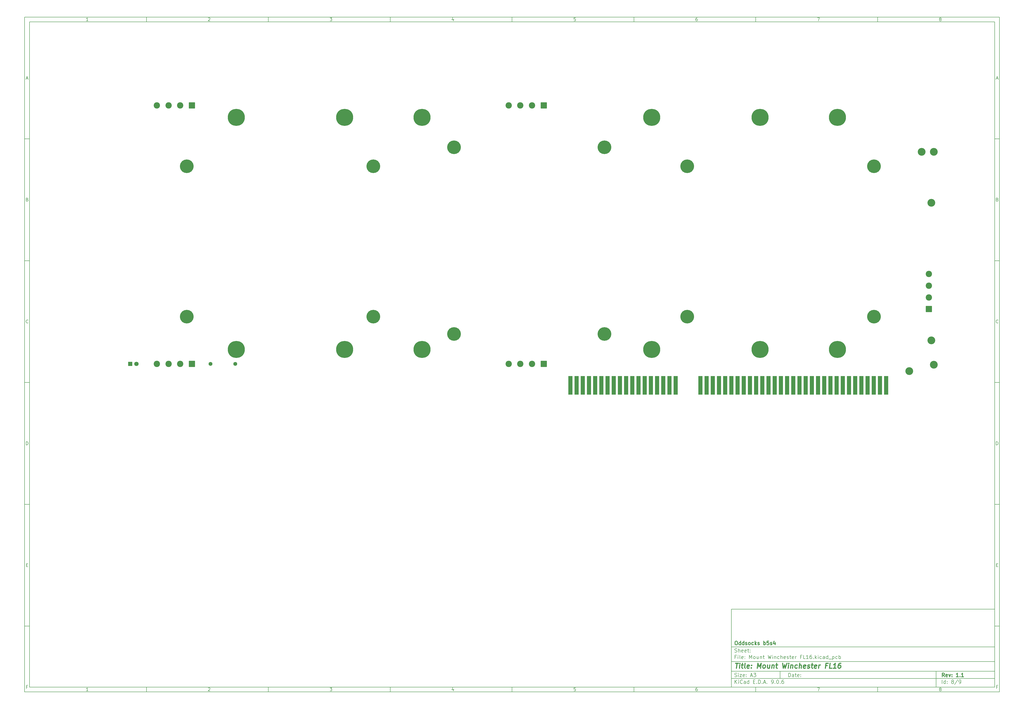
<source format=gbs>
%TF.GenerationSoftware,KiCad,Pcbnew,9.0.6*%
%TF.CreationDate,2025-11-29T14:17:50+08:00*%
%TF.ProjectId,Mount Winchester FL16,4d6f756e-7420-4576-996e-636865737465,1.1*%
%TF.SameCoordinates,Original*%
%TF.FileFunction,Soldermask,Bot*%
%TF.FilePolarity,Negative*%
%FSLAX46Y46*%
G04 Gerber Fmt 4.6, Leading zero omitted, Abs format (unit mm)*
G04 Created by KiCad (PCBNEW 9.0.6) date 2025-11-29 14:17:50*
%MOMM*%
%LPD*%
G01*
G04 APERTURE LIST*
G04 Aperture macros list*
%AMRoundRect*
0 Rectangle with rounded corners*
0 $1 Rounding radius*
0 $2 $3 $4 $5 $6 $7 $8 $9 X,Y pos of 4 corners*
0 Add a 4 corners polygon primitive as box body*
4,1,4,$2,$3,$4,$5,$6,$7,$8,$9,$2,$3,0*
0 Add four circle primitives for the rounded corners*
1,1,$1+$1,$2,$3*
1,1,$1+$1,$4,$5*
1,1,$1+$1,$6,$7*
1,1,$1+$1,$8,$9*
0 Add four rect primitives between the rounded corners*
20,1,$1+$1,$2,$3,$4,$5,0*
20,1,$1+$1,$4,$5,$6,$7,0*
20,1,$1+$1,$6,$7,$8,$9,0*
20,1,$1+$1,$8,$9,$2,$3,0*%
G04 Aperture macros list end*
%ADD10C,0.100000*%
%ADD11C,0.150000*%
%ADD12C,0.300000*%
%ADD13C,0.400000*%
%ADD14RoundRect,0.250000X1.050000X1.050000X-1.050000X1.050000X-1.050000X-1.050000X1.050000X-1.050000X0*%
%ADD15C,2.600000*%
%ADD16C,3.200000*%
%ADD17R,1.800000X1.800000*%
%ADD18C,1.800000*%
%ADD19RoundRect,0.250000X1.050000X-1.050000X1.050000X1.050000X-1.050000X1.050000X-1.050000X-1.050000X0*%
%ADD20R,1.780000X7.620000*%
%ADD21C,1.600000*%
%ADD22C,3.900000*%
%ADD23C,7.000000*%
%ADD24C,3.600000*%
%ADD25C,5.600000*%
G04 APERTURE END LIST*
D10*
D11*
X299989000Y-253002200D02*
X407989000Y-253002200D01*
X407989000Y-285002200D01*
X299989000Y-285002200D01*
X299989000Y-253002200D01*
D10*
D11*
X10000000Y-10000000D02*
X409989000Y-10000000D01*
X409989000Y-287002200D01*
X10000000Y-287002200D01*
X10000000Y-10000000D01*
D10*
D11*
X12000000Y-12000000D02*
X407989000Y-12000000D01*
X407989000Y-285002200D01*
X12000000Y-285002200D01*
X12000000Y-12000000D01*
D10*
D11*
X60000000Y-12000000D02*
X60000000Y-10000000D01*
D10*
D11*
X110000000Y-12000000D02*
X110000000Y-10000000D01*
D10*
D11*
X160000000Y-12000000D02*
X160000000Y-10000000D01*
D10*
D11*
X210000000Y-12000000D02*
X210000000Y-10000000D01*
D10*
D11*
X260000000Y-12000000D02*
X260000000Y-10000000D01*
D10*
D11*
X310000000Y-12000000D02*
X310000000Y-10000000D01*
D10*
D11*
X360000000Y-12000000D02*
X360000000Y-10000000D01*
D10*
D11*
X36089160Y-11593604D02*
X35346303Y-11593604D01*
X35717731Y-11593604D02*
X35717731Y-10293604D01*
X35717731Y-10293604D02*
X35593922Y-10479319D01*
X35593922Y-10479319D02*
X35470112Y-10603128D01*
X35470112Y-10603128D02*
X35346303Y-10665033D01*
D10*
D11*
X85346303Y-10417414D02*
X85408207Y-10355509D01*
X85408207Y-10355509D02*
X85532017Y-10293604D01*
X85532017Y-10293604D02*
X85841541Y-10293604D01*
X85841541Y-10293604D02*
X85965350Y-10355509D01*
X85965350Y-10355509D02*
X86027255Y-10417414D01*
X86027255Y-10417414D02*
X86089160Y-10541223D01*
X86089160Y-10541223D02*
X86089160Y-10665033D01*
X86089160Y-10665033D02*
X86027255Y-10850747D01*
X86027255Y-10850747D02*
X85284398Y-11593604D01*
X85284398Y-11593604D02*
X86089160Y-11593604D01*
D10*
D11*
X135284398Y-10293604D02*
X136089160Y-10293604D01*
X136089160Y-10293604D02*
X135655826Y-10788842D01*
X135655826Y-10788842D02*
X135841541Y-10788842D01*
X135841541Y-10788842D02*
X135965350Y-10850747D01*
X135965350Y-10850747D02*
X136027255Y-10912652D01*
X136027255Y-10912652D02*
X136089160Y-11036461D01*
X136089160Y-11036461D02*
X136089160Y-11345985D01*
X136089160Y-11345985D02*
X136027255Y-11469795D01*
X136027255Y-11469795D02*
X135965350Y-11531700D01*
X135965350Y-11531700D02*
X135841541Y-11593604D01*
X135841541Y-11593604D02*
X135470112Y-11593604D01*
X135470112Y-11593604D02*
X135346303Y-11531700D01*
X135346303Y-11531700D02*
X135284398Y-11469795D01*
D10*
D11*
X185965350Y-10726938D02*
X185965350Y-11593604D01*
X185655826Y-10231700D02*
X185346303Y-11160271D01*
X185346303Y-11160271D02*
X186151064Y-11160271D01*
D10*
D11*
X236027255Y-10293604D02*
X235408207Y-10293604D01*
X235408207Y-10293604D02*
X235346303Y-10912652D01*
X235346303Y-10912652D02*
X235408207Y-10850747D01*
X235408207Y-10850747D02*
X235532017Y-10788842D01*
X235532017Y-10788842D02*
X235841541Y-10788842D01*
X235841541Y-10788842D02*
X235965350Y-10850747D01*
X235965350Y-10850747D02*
X236027255Y-10912652D01*
X236027255Y-10912652D02*
X236089160Y-11036461D01*
X236089160Y-11036461D02*
X236089160Y-11345985D01*
X236089160Y-11345985D02*
X236027255Y-11469795D01*
X236027255Y-11469795D02*
X235965350Y-11531700D01*
X235965350Y-11531700D02*
X235841541Y-11593604D01*
X235841541Y-11593604D02*
X235532017Y-11593604D01*
X235532017Y-11593604D02*
X235408207Y-11531700D01*
X235408207Y-11531700D02*
X235346303Y-11469795D01*
D10*
D11*
X285965350Y-10293604D02*
X285717731Y-10293604D01*
X285717731Y-10293604D02*
X285593922Y-10355509D01*
X285593922Y-10355509D02*
X285532017Y-10417414D01*
X285532017Y-10417414D02*
X285408207Y-10603128D01*
X285408207Y-10603128D02*
X285346303Y-10850747D01*
X285346303Y-10850747D02*
X285346303Y-11345985D01*
X285346303Y-11345985D02*
X285408207Y-11469795D01*
X285408207Y-11469795D02*
X285470112Y-11531700D01*
X285470112Y-11531700D02*
X285593922Y-11593604D01*
X285593922Y-11593604D02*
X285841541Y-11593604D01*
X285841541Y-11593604D02*
X285965350Y-11531700D01*
X285965350Y-11531700D02*
X286027255Y-11469795D01*
X286027255Y-11469795D02*
X286089160Y-11345985D01*
X286089160Y-11345985D02*
X286089160Y-11036461D01*
X286089160Y-11036461D02*
X286027255Y-10912652D01*
X286027255Y-10912652D02*
X285965350Y-10850747D01*
X285965350Y-10850747D02*
X285841541Y-10788842D01*
X285841541Y-10788842D02*
X285593922Y-10788842D01*
X285593922Y-10788842D02*
X285470112Y-10850747D01*
X285470112Y-10850747D02*
X285408207Y-10912652D01*
X285408207Y-10912652D02*
X285346303Y-11036461D01*
D10*
D11*
X335284398Y-10293604D02*
X336151064Y-10293604D01*
X336151064Y-10293604D02*
X335593922Y-11593604D01*
D10*
D11*
X385593922Y-10850747D02*
X385470112Y-10788842D01*
X385470112Y-10788842D02*
X385408207Y-10726938D01*
X385408207Y-10726938D02*
X385346303Y-10603128D01*
X385346303Y-10603128D02*
X385346303Y-10541223D01*
X385346303Y-10541223D02*
X385408207Y-10417414D01*
X385408207Y-10417414D02*
X385470112Y-10355509D01*
X385470112Y-10355509D02*
X385593922Y-10293604D01*
X385593922Y-10293604D02*
X385841541Y-10293604D01*
X385841541Y-10293604D02*
X385965350Y-10355509D01*
X385965350Y-10355509D02*
X386027255Y-10417414D01*
X386027255Y-10417414D02*
X386089160Y-10541223D01*
X386089160Y-10541223D02*
X386089160Y-10603128D01*
X386089160Y-10603128D02*
X386027255Y-10726938D01*
X386027255Y-10726938D02*
X385965350Y-10788842D01*
X385965350Y-10788842D02*
X385841541Y-10850747D01*
X385841541Y-10850747D02*
X385593922Y-10850747D01*
X385593922Y-10850747D02*
X385470112Y-10912652D01*
X385470112Y-10912652D02*
X385408207Y-10974557D01*
X385408207Y-10974557D02*
X385346303Y-11098366D01*
X385346303Y-11098366D02*
X385346303Y-11345985D01*
X385346303Y-11345985D02*
X385408207Y-11469795D01*
X385408207Y-11469795D02*
X385470112Y-11531700D01*
X385470112Y-11531700D02*
X385593922Y-11593604D01*
X385593922Y-11593604D02*
X385841541Y-11593604D01*
X385841541Y-11593604D02*
X385965350Y-11531700D01*
X385965350Y-11531700D02*
X386027255Y-11469795D01*
X386027255Y-11469795D02*
X386089160Y-11345985D01*
X386089160Y-11345985D02*
X386089160Y-11098366D01*
X386089160Y-11098366D02*
X386027255Y-10974557D01*
X386027255Y-10974557D02*
X385965350Y-10912652D01*
X385965350Y-10912652D02*
X385841541Y-10850747D01*
D10*
D11*
X60000000Y-285002200D02*
X60000000Y-287002200D01*
D10*
D11*
X110000000Y-285002200D02*
X110000000Y-287002200D01*
D10*
D11*
X160000000Y-285002200D02*
X160000000Y-287002200D01*
D10*
D11*
X210000000Y-285002200D02*
X210000000Y-287002200D01*
D10*
D11*
X260000000Y-285002200D02*
X260000000Y-287002200D01*
D10*
D11*
X310000000Y-285002200D02*
X310000000Y-287002200D01*
D10*
D11*
X360000000Y-285002200D02*
X360000000Y-287002200D01*
D10*
D11*
X36089160Y-286595804D02*
X35346303Y-286595804D01*
X35717731Y-286595804D02*
X35717731Y-285295804D01*
X35717731Y-285295804D02*
X35593922Y-285481519D01*
X35593922Y-285481519D02*
X35470112Y-285605328D01*
X35470112Y-285605328D02*
X35346303Y-285667233D01*
D10*
D11*
X85346303Y-285419614D02*
X85408207Y-285357709D01*
X85408207Y-285357709D02*
X85532017Y-285295804D01*
X85532017Y-285295804D02*
X85841541Y-285295804D01*
X85841541Y-285295804D02*
X85965350Y-285357709D01*
X85965350Y-285357709D02*
X86027255Y-285419614D01*
X86027255Y-285419614D02*
X86089160Y-285543423D01*
X86089160Y-285543423D02*
X86089160Y-285667233D01*
X86089160Y-285667233D02*
X86027255Y-285852947D01*
X86027255Y-285852947D02*
X85284398Y-286595804D01*
X85284398Y-286595804D02*
X86089160Y-286595804D01*
D10*
D11*
X135284398Y-285295804D02*
X136089160Y-285295804D01*
X136089160Y-285295804D02*
X135655826Y-285791042D01*
X135655826Y-285791042D02*
X135841541Y-285791042D01*
X135841541Y-285791042D02*
X135965350Y-285852947D01*
X135965350Y-285852947D02*
X136027255Y-285914852D01*
X136027255Y-285914852D02*
X136089160Y-286038661D01*
X136089160Y-286038661D02*
X136089160Y-286348185D01*
X136089160Y-286348185D02*
X136027255Y-286471995D01*
X136027255Y-286471995D02*
X135965350Y-286533900D01*
X135965350Y-286533900D02*
X135841541Y-286595804D01*
X135841541Y-286595804D02*
X135470112Y-286595804D01*
X135470112Y-286595804D02*
X135346303Y-286533900D01*
X135346303Y-286533900D02*
X135284398Y-286471995D01*
D10*
D11*
X185965350Y-285729138D02*
X185965350Y-286595804D01*
X185655826Y-285233900D02*
X185346303Y-286162471D01*
X185346303Y-286162471D02*
X186151064Y-286162471D01*
D10*
D11*
X236027255Y-285295804D02*
X235408207Y-285295804D01*
X235408207Y-285295804D02*
X235346303Y-285914852D01*
X235346303Y-285914852D02*
X235408207Y-285852947D01*
X235408207Y-285852947D02*
X235532017Y-285791042D01*
X235532017Y-285791042D02*
X235841541Y-285791042D01*
X235841541Y-285791042D02*
X235965350Y-285852947D01*
X235965350Y-285852947D02*
X236027255Y-285914852D01*
X236027255Y-285914852D02*
X236089160Y-286038661D01*
X236089160Y-286038661D02*
X236089160Y-286348185D01*
X236089160Y-286348185D02*
X236027255Y-286471995D01*
X236027255Y-286471995D02*
X235965350Y-286533900D01*
X235965350Y-286533900D02*
X235841541Y-286595804D01*
X235841541Y-286595804D02*
X235532017Y-286595804D01*
X235532017Y-286595804D02*
X235408207Y-286533900D01*
X235408207Y-286533900D02*
X235346303Y-286471995D01*
D10*
D11*
X285965350Y-285295804D02*
X285717731Y-285295804D01*
X285717731Y-285295804D02*
X285593922Y-285357709D01*
X285593922Y-285357709D02*
X285532017Y-285419614D01*
X285532017Y-285419614D02*
X285408207Y-285605328D01*
X285408207Y-285605328D02*
X285346303Y-285852947D01*
X285346303Y-285852947D02*
X285346303Y-286348185D01*
X285346303Y-286348185D02*
X285408207Y-286471995D01*
X285408207Y-286471995D02*
X285470112Y-286533900D01*
X285470112Y-286533900D02*
X285593922Y-286595804D01*
X285593922Y-286595804D02*
X285841541Y-286595804D01*
X285841541Y-286595804D02*
X285965350Y-286533900D01*
X285965350Y-286533900D02*
X286027255Y-286471995D01*
X286027255Y-286471995D02*
X286089160Y-286348185D01*
X286089160Y-286348185D02*
X286089160Y-286038661D01*
X286089160Y-286038661D02*
X286027255Y-285914852D01*
X286027255Y-285914852D02*
X285965350Y-285852947D01*
X285965350Y-285852947D02*
X285841541Y-285791042D01*
X285841541Y-285791042D02*
X285593922Y-285791042D01*
X285593922Y-285791042D02*
X285470112Y-285852947D01*
X285470112Y-285852947D02*
X285408207Y-285914852D01*
X285408207Y-285914852D02*
X285346303Y-286038661D01*
D10*
D11*
X335284398Y-285295804D02*
X336151064Y-285295804D01*
X336151064Y-285295804D02*
X335593922Y-286595804D01*
D10*
D11*
X385593922Y-285852947D02*
X385470112Y-285791042D01*
X385470112Y-285791042D02*
X385408207Y-285729138D01*
X385408207Y-285729138D02*
X385346303Y-285605328D01*
X385346303Y-285605328D02*
X385346303Y-285543423D01*
X385346303Y-285543423D02*
X385408207Y-285419614D01*
X385408207Y-285419614D02*
X385470112Y-285357709D01*
X385470112Y-285357709D02*
X385593922Y-285295804D01*
X385593922Y-285295804D02*
X385841541Y-285295804D01*
X385841541Y-285295804D02*
X385965350Y-285357709D01*
X385965350Y-285357709D02*
X386027255Y-285419614D01*
X386027255Y-285419614D02*
X386089160Y-285543423D01*
X386089160Y-285543423D02*
X386089160Y-285605328D01*
X386089160Y-285605328D02*
X386027255Y-285729138D01*
X386027255Y-285729138D02*
X385965350Y-285791042D01*
X385965350Y-285791042D02*
X385841541Y-285852947D01*
X385841541Y-285852947D02*
X385593922Y-285852947D01*
X385593922Y-285852947D02*
X385470112Y-285914852D01*
X385470112Y-285914852D02*
X385408207Y-285976757D01*
X385408207Y-285976757D02*
X385346303Y-286100566D01*
X385346303Y-286100566D02*
X385346303Y-286348185D01*
X385346303Y-286348185D02*
X385408207Y-286471995D01*
X385408207Y-286471995D02*
X385470112Y-286533900D01*
X385470112Y-286533900D02*
X385593922Y-286595804D01*
X385593922Y-286595804D02*
X385841541Y-286595804D01*
X385841541Y-286595804D02*
X385965350Y-286533900D01*
X385965350Y-286533900D02*
X386027255Y-286471995D01*
X386027255Y-286471995D02*
X386089160Y-286348185D01*
X386089160Y-286348185D02*
X386089160Y-286100566D01*
X386089160Y-286100566D02*
X386027255Y-285976757D01*
X386027255Y-285976757D02*
X385965350Y-285914852D01*
X385965350Y-285914852D02*
X385841541Y-285852947D01*
D10*
D11*
X10000000Y-60000000D02*
X12000000Y-60000000D01*
D10*
D11*
X10000000Y-110000000D02*
X12000000Y-110000000D01*
D10*
D11*
X10000000Y-160000000D02*
X12000000Y-160000000D01*
D10*
D11*
X10000000Y-210000000D02*
X12000000Y-210000000D01*
D10*
D11*
X10000000Y-260000000D02*
X12000000Y-260000000D01*
D10*
D11*
X10690476Y-35222176D02*
X11309523Y-35222176D01*
X10566666Y-35593604D02*
X10999999Y-34293604D01*
X10999999Y-34293604D02*
X11433333Y-35593604D01*
D10*
D11*
X11092857Y-84912652D02*
X11278571Y-84974557D01*
X11278571Y-84974557D02*
X11340476Y-85036461D01*
X11340476Y-85036461D02*
X11402380Y-85160271D01*
X11402380Y-85160271D02*
X11402380Y-85345985D01*
X11402380Y-85345985D02*
X11340476Y-85469795D01*
X11340476Y-85469795D02*
X11278571Y-85531700D01*
X11278571Y-85531700D02*
X11154761Y-85593604D01*
X11154761Y-85593604D02*
X10659523Y-85593604D01*
X10659523Y-85593604D02*
X10659523Y-84293604D01*
X10659523Y-84293604D02*
X11092857Y-84293604D01*
X11092857Y-84293604D02*
X11216666Y-84355509D01*
X11216666Y-84355509D02*
X11278571Y-84417414D01*
X11278571Y-84417414D02*
X11340476Y-84541223D01*
X11340476Y-84541223D02*
X11340476Y-84665033D01*
X11340476Y-84665033D02*
X11278571Y-84788842D01*
X11278571Y-84788842D02*
X11216666Y-84850747D01*
X11216666Y-84850747D02*
X11092857Y-84912652D01*
X11092857Y-84912652D02*
X10659523Y-84912652D01*
D10*
D11*
X11402380Y-135469795D02*
X11340476Y-135531700D01*
X11340476Y-135531700D02*
X11154761Y-135593604D01*
X11154761Y-135593604D02*
X11030952Y-135593604D01*
X11030952Y-135593604D02*
X10845238Y-135531700D01*
X10845238Y-135531700D02*
X10721428Y-135407890D01*
X10721428Y-135407890D02*
X10659523Y-135284080D01*
X10659523Y-135284080D02*
X10597619Y-135036461D01*
X10597619Y-135036461D02*
X10597619Y-134850747D01*
X10597619Y-134850747D02*
X10659523Y-134603128D01*
X10659523Y-134603128D02*
X10721428Y-134479319D01*
X10721428Y-134479319D02*
X10845238Y-134355509D01*
X10845238Y-134355509D02*
X11030952Y-134293604D01*
X11030952Y-134293604D02*
X11154761Y-134293604D01*
X11154761Y-134293604D02*
X11340476Y-134355509D01*
X11340476Y-134355509D02*
X11402380Y-134417414D01*
D10*
D11*
X10659523Y-185593604D02*
X10659523Y-184293604D01*
X10659523Y-184293604D02*
X10969047Y-184293604D01*
X10969047Y-184293604D02*
X11154761Y-184355509D01*
X11154761Y-184355509D02*
X11278571Y-184479319D01*
X11278571Y-184479319D02*
X11340476Y-184603128D01*
X11340476Y-184603128D02*
X11402380Y-184850747D01*
X11402380Y-184850747D02*
X11402380Y-185036461D01*
X11402380Y-185036461D02*
X11340476Y-185284080D01*
X11340476Y-185284080D02*
X11278571Y-185407890D01*
X11278571Y-185407890D02*
X11154761Y-185531700D01*
X11154761Y-185531700D02*
X10969047Y-185593604D01*
X10969047Y-185593604D02*
X10659523Y-185593604D01*
D10*
D11*
X10721428Y-234912652D02*
X11154762Y-234912652D01*
X11340476Y-235593604D02*
X10721428Y-235593604D01*
X10721428Y-235593604D02*
X10721428Y-234293604D01*
X10721428Y-234293604D02*
X11340476Y-234293604D01*
D10*
D11*
X11185714Y-284912652D02*
X10752380Y-284912652D01*
X10752380Y-285593604D02*
X10752380Y-284293604D01*
X10752380Y-284293604D02*
X11371428Y-284293604D01*
D10*
D11*
X409989000Y-60000000D02*
X407989000Y-60000000D01*
D10*
D11*
X409989000Y-110000000D02*
X407989000Y-110000000D01*
D10*
D11*
X409989000Y-160000000D02*
X407989000Y-160000000D01*
D10*
D11*
X409989000Y-210000000D02*
X407989000Y-210000000D01*
D10*
D11*
X409989000Y-260000000D02*
X407989000Y-260000000D01*
D10*
D11*
X408679476Y-35222176D02*
X409298523Y-35222176D01*
X408555666Y-35593604D02*
X408988999Y-34293604D01*
X408988999Y-34293604D02*
X409422333Y-35593604D01*
D10*
D11*
X409081857Y-84912652D02*
X409267571Y-84974557D01*
X409267571Y-84974557D02*
X409329476Y-85036461D01*
X409329476Y-85036461D02*
X409391380Y-85160271D01*
X409391380Y-85160271D02*
X409391380Y-85345985D01*
X409391380Y-85345985D02*
X409329476Y-85469795D01*
X409329476Y-85469795D02*
X409267571Y-85531700D01*
X409267571Y-85531700D02*
X409143761Y-85593604D01*
X409143761Y-85593604D02*
X408648523Y-85593604D01*
X408648523Y-85593604D02*
X408648523Y-84293604D01*
X408648523Y-84293604D02*
X409081857Y-84293604D01*
X409081857Y-84293604D02*
X409205666Y-84355509D01*
X409205666Y-84355509D02*
X409267571Y-84417414D01*
X409267571Y-84417414D02*
X409329476Y-84541223D01*
X409329476Y-84541223D02*
X409329476Y-84665033D01*
X409329476Y-84665033D02*
X409267571Y-84788842D01*
X409267571Y-84788842D02*
X409205666Y-84850747D01*
X409205666Y-84850747D02*
X409081857Y-84912652D01*
X409081857Y-84912652D02*
X408648523Y-84912652D01*
D10*
D11*
X409391380Y-135469795D02*
X409329476Y-135531700D01*
X409329476Y-135531700D02*
X409143761Y-135593604D01*
X409143761Y-135593604D02*
X409019952Y-135593604D01*
X409019952Y-135593604D02*
X408834238Y-135531700D01*
X408834238Y-135531700D02*
X408710428Y-135407890D01*
X408710428Y-135407890D02*
X408648523Y-135284080D01*
X408648523Y-135284080D02*
X408586619Y-135036461D01*
X408586619Y-135036461D02*
X408586619Y-134850747D01*
X408586619Y-134850747D02*
X408648523Y-134603128D01*
X408648523Y-134603128D02*
X408710428Y-134479319D01*
X408710428Y-134479319D02*
X408834238Y-134355509D01*
X408834238Y-134355509D02*
X409019952Y-134293604D01*
X409019952Y-134293604D02*
X409143761Y-134293604D01*
X409143761Y-134293604D02*
X409329476Y-134355509D01*
X409329476Y-134355509D02*
X409391380Y-134417414D01*
D10*
D11*
X408648523Y-185593604D02*
X408648523Y-184293604D01*
X408648523Y-184293604D02*
X408958047Y-184293604D01*
X408958047Y-184293604D02*
X409143761Y-184355509D01*
X409143761Y-184355509D02*
X409267571Y-184479319D01*
X409267571Y-184479319D02*
X409329476Y-184603128D01*
X409329476Y-184603128D02*
X409391380Y-184850747D01*
X409391380Y-184850747D02*
X409391380Y-185036461D01*
X409391380Y-185036461D02*
X409329476Y-185284080D01*
X409329476Y-185284080D02*
X409267571Y-185407890D01*
X409267571Y-185407890D02*
X409143761Y-185531700D01*
X409143761Y-185531700D02*
X408958047Y-185593604D01*
X408958047Y-185593604D02*
X408648523Y-185593604D01*
D10*
D11*
X408710428Y-234912652D02*
X409143762Y-234912652D01*
X409329476Y-235593604D02*
X408710428Y-235593604D01*
X408710428Y-235593604D02*
X408710428Y-234293604D01*
X408710428Y-234293604D02*
X409329476Y-234293604D01*
D10*
D11*
X409174714Y-284912652D02*
X408741380Y-284912652D01*
X408741380Y-285593604D02*
X408741380Y-284293604D01*
X408741380Y-284293604D02*
X409360428Y-284293604D01*
D10*
D11*
X323444826Y-280788328D02*
X323444826Y-279288328D01*
X323444826Y-279288328D02*
X323801969Y-279288328D01*
X323801969Y-279288328D02*
X324016255Y-279359757D01*
X324016255Y-279359757D02*
X324159112Y-279502614D01*
X324159112Y-279502614D02*
X324230541Y-279645471D01*
X324230541Y-279645471D02*
X324301969Y-279931185D01*
X324301969Y-279931185D02*
X324301969Y-280145471D01*
X324301969Y-280145471D02*
X324230541Y-280431185D01*
X324230541Y-280431185D02*
X324159112Y-280574042D01*
X324159112Y-280574042D02*
X324016255Y-280716900D01*
X324016255Y-280716900D02*
X323801969Y-280788328D01*
X323801969Y-280788328D02*
X323444826Y-280788328D01*
X325587684Y-280788328D02*
X325587684Y-280002614D01*
X325587684Y-280002614D02*
X325516255Y-279859757D01*
X325516255Y-279859757D02*
X325373398Y-279788328D01*
X325373398Y-279788328D02*
X325087684Y-279788328D01*
X325087684Y-279788328D02*
X324944826Y-279859757D01*
X325587684Y-280716900D02*
X325444826Y-280788328D01*
X325444826Y-280788328D02*
X325087684Y-280788328D01*
X325087684Y-280788328D02*
X324944826Y-280716900D01*
X324944826Y-280716900D02*
X324873398Y-280574042D01*
X324873398Y-280574042D02*
X324873398Y-280431185D01*
X324873398Y-280431185D02*
X324944826Y-280288328D01*
X324944826Y-280288328D02*
X325087684Y-280216900D01*
X325087684Y-280216900D02*
X325444826Y-280216900D01*
X325444826Y-280216900D02*
X325587684Y-280145471D01*
X326087684Y-279788328D02*
X326659112Y-279788328D01*
X326301969Y-279288328D02*
X326301969Y-280574042D01*
X326301969Y-280574042D02*
X326373398Y-280716900D01*
X326373398Y-280716900D02*
X326516255Y-280788328D01*
X326516255Y-280788328D02*
X326659112Y-280788328D01*
X327730541Y-280716900D02*
X327587684Y-280788328D01*
X327587684Y-280788328D02*
X327301970Y-280788328D01*
X327301970Y-280788328D02*
X327159112Y-280716900D01*
X327159112Y-280716900D02*
X327087684Y-280574042D01*
X327087684Y-280574042D02*
X327087684Y-280002614D01*
X327087684Y-280002614D02*
X327159112Y-279859757D01*
X327159112Y-279859757D02*
X327301970Y-279788328D01*
X327301970Y-279788328D02*
X327587684Y-279788328D01*
X327587684Y-279788328D02*
X327730541Y-279859757D01*
X327730541Y-279859757D02*
X327801970Y-280002614D01*
X327801970Y-280002614D02*
X327801970Y-280145471D01*
X327801970Y-280145471D02*
X327087684Y-280288328D01*
X328444826Y-280645471D02*
X328516255Y-280716900D01*
X328516255Y-280716900D02*
X328444826Y-280788328D01*
X328444826Y-280788328D02*
X328373398Y-280716900D01*
X328373398Y-280716900D02*
X328444826Y-280645471D01*
X328444826Y-280645471D02*
X328444826Y-280788328D01*
X328444826Y-279859757D02*
X328516255Y-279931185D01*
X328516255Y-279931185D02*
X328444826Y-280002614D01*
X328444826Y-280002614D02*
X328373398Y-279931185D01*
X328373398Y-279931185D02*
X328444826Y-279859757D01*
X328444826Y-279859757D02*
X328444826Y-280002614D01*
D10*
D11*
X299989000Y-281502200D02*
X407989000Y-281502200D01*
D10*
D11*
X301444826Y-283588328D02*
X301444826Y-282088328D01*
X302301969Y-283588328D02*
X301659112Y-282731185D01*
X302301969Y-282088328D02*
X301444826Y-282945471D01*
X302944826Y-283588328D02*
X302944826Y-282588328D01*
X302944826Y-282088328D02*
X302873398Y-282159757D01*
X302873398Y-282159757D02*
X302944826Y-282231185D01*
X302944826Y-282231185D02*
X303016255Y-282159757D01*
X303016255Y-282159757D02*
X302944826Y-282088328D01*
X302944826Y-282088328D02*
X302944826Y-282231185D01*
X304516255Y-283445471D02*
X304444827Y-283516900D01*
X304444827Y-283516900D02*
X304230541Y-283588328D01*
X304230541Y-283588328D02*
X304087684Y-283588328D01*
X304087684Y-283588328D02*
X303873398Y-283516900D01*
X303873398Y-283516900D02*
X303730541Y-283374042D01*
X303730541Y-283374042D02*
X303659112Y-283231185D01*
X303659112Y-283231185D02*
X303587684Y-282945471D01*
X303587684Y-282945471D02*
X303587684Y-282731185D01*
X303587684Y-282731185D02*
X303659112Y-282445471D01*
X303659112Y-282445471D02*
X303730541Y-282302614D01*
X303730541Y-282302614D02*
X303873398Y-282159757D01*
X303873398Y-282159757D02*
X304087684Y-282088328D01*
X304087684Y-282088328D02*
X304230541Y-282088328D01*
X304230541Y-282088328D02*
X304444827Y-282159757D01*
X304444827Y-282159757D02*
X304516255Y-282231185D01*
X305801970Y-283588328D02*
X305801970Y-282802614D01*
X305801970Y-282802614D02*
X305730541Y-282659757D01*
X305730541Y-282659757D02*
X305587684Y-282588328D01*
X305587684Y-282588328D02*
X305301970Y-282588328D01*
X305301970Y-282588328D02*
X305159112Y-282659757D01*
X305801970Y-283516900D02*
X305659112Y-283588328D01*
X305659112Y-283588328D02*
X305301970Y-283588328D01*
X305301970Y-283588328D02*
X305159112Y-283516900D01*
X305159112Y-283516900D02*
X305087684Y-283374042D01*
X305087684Y-283374042D02*
X305087684Y-283231185D01*
X305087684Y-283231185D02*
X305159112Y-283088328D01*
X305159112Y-283088328D02*
X305301970Y-283016900D01*
X305301970Y-283016900D02*
X305659112Y-283016900D01*
X305659112Y-283016900D02*
X305801970Y-282945471D01*
X307159113Y-283588328D02*
X307159113Y-282088328D01*
X307159113Y-283516900D02*
X307016255Y-283588328D01*
X307016255Y-283588328D02*
X306730541Y-283588328D01*
X306730541Y-283588328D02*
X306587684Y-283516900D01*
X306587684Y-283516900D02*
X306516255Y-283445471D01*
X306516255Y-283445471D02*
X306444827Y-283302614D01*
X306444827Y-283302614D02*
X306444827Y-282874042D01*
X306444827Y-282874042D02*
X306516255Y-282731185D01*
X306516255Y-282731185D02*
X306587684Y-282659757D01*
X306587684Y-282659757D02*
X306730541Y-282588328D01*
X306730541Y-282588328D02*
X307016255Y-282588328D01*
X307016255Y-282588328D02*
X307159113Y-282659757D01*
X309016255Y-282802614D02*
X309516255Y-282802614D01*
X309730541Y-283588328D02*
X309016255Y-283588328D01*
X309016255Y-283588328D02*
X309016255Y-282088328D01*
X309016255Y-282088328D02*
X309730541Y-282088328D01*
X310373398Y-283445471D02*
X310444827Y-283516900D01*
X310444827Y-283516900D02*
X310373398Y-283588328D01*
X310373398Y-283588328D02*
X310301970Y-283516900D01*
X310301970Y-283516900D02*
X310373398Y-283445471D01*
X310373398Y-283445471D02*
X310373398Y-283588328D01*
X311087684Y-283588328D02*
X311087684Y-282088328D01*
X311087684Y-282088328D02*
X311444827Y-282088328D01*
X311444827Y-282088328D02*
X311659113Y-282159757D01*
X311659113Y-282159757D02*
X311801970Y-282302614D01*
X311801970Y-282302614D02*
X311873399Y-282445471D01*
X311873399Y-282445471D02*
X311944827Y-282731185D01*
X311944827Y-282731185D02*
X311944827Y-282945471D01*
X311944827Y-282945471D02*
X311873399Y-283231185D01*
X311873399Y-283231185D02*
X311801970Y-283374042D01*
X311801970Y-283374042D02*
X311659113Y-283516900D01*
X311659113Y-283516900D02*
X311444827Y-283588328D01*
X311444827Y-283588328D02*
X311087684Y-283588328D01*
X312587684Y-283445471D02*
X312659113Y-283516900D01*
X312659113Y-283516900D02*
X312587684Y-283588328D01*
X312587684Y-283588328D02*
X312516256Y-283516900D01*
X312516256Y-283516900D02*
X312587684Y-283445471D01*
X312587684Y-283445471D02*
X312587684Y-283588328D01*
X313230542Y-283159757D02*
X313944828Y-283159757D01*
X313087685Y-283588328D02*
X313587685Y-282088328D01*
X313587685Y-282088328D02*
X314087685Y-283588328D01*
X314587684Y-283445471D02*
X314659113Y-283516900D01*
X314659113Y-283516900D02*
X314587684Y-283588328D01*
X314587684Y-283588328D02*
X314516256Y-283516900D01*
X314516256Y-283516900D02*
X314587684Y-283445471D01*
X314587684Y-283445471D02*
X314587684Y-283588328D01*
X316516256Y-283588328D02*
X316801970Y-283588328D01*
X316801970Y-283588328D02*
X316944827Y-283516900D01*
X316944827Y-283516900D02*
X317016256Y-283445471D01*
X317016256Y-283445471D02*
X317159113Y-283231185D01*
X317159113Y-283231185D02*
X317230542Y-282945471D01*
X317230542Y-282945471D02*
X317230542Y-282374042D01*
X317230542Y-282374042D02*
X317159113Y-282231185D01*
X317159113Y-282231185D02*
X317087685Y-282159757D01*
X317087685Y-282159757D02*
X316944827Y-282088328D01*
X316944827Y-282088328D02*
X316659113Y-282088328D01*
X316659113Y-282088328D02*
X316516256Y-282159757D01*
X316516256Y-282159757D02*
X316444827Y-282231185D01*
X316444827Y-282231185D02*
X316373399Y-282374042D01*
X316373399Y-282374042D02*
X316373399Y-282731185D01*
X316373399Y-282731185D02*
X316444827Y-282874042D01*
X316444827Y-282874042D02*
X316516256Y-282945471D01*
X316516256Y-282945471D02*
X316659113Y-283016900D01*
X316659113Y-283016900D02*
X316944827Y-283016900D01*
X316944827Y-283016900D02*
X317087685Y-282945471D01*
X317087685Y-282945471D02*
X317159113Y-282874042D01*
X317159113Y-282874042D02*
X317230542Y-282731185D01*
X317873398Y-283445471D02*
X317944827Y-283516900D01*
X317944827Y-283516900D02*
X317873398Y-283588328D01*
X317873398Y-283588328D02*
X317801970Y-283516900D01*
X317801970Y-283516900D02*
X317873398Y-283445471D01*
X317873398Y-283445471D02*
X317873398Y-283588328D01*
X318873399Y-282088328D02*
X319016256Y-282088328D01*
X319016256Y-282088328D02*
X319159113Y-282159757D01*
X319159113Y-282159757D02*
X319230542Y-282231185D01*
X319230542Y-282231185D02*
X319301970Y-282374042D01*
X319301970Y-282374042D02*
X319373399Y-282659757D01*
X319373399Y-282659757D02*
X319373399Y-283016900D01*
X319373399Y-283016900D02*
X319301970Y-283302614D01*
X319301970Y-283302614D02*
X319230542Y-283445471D01*
X319230542Y-283445471D02*
X319159113Y-283516900D01*
X319159113Y-283516900D02*
X319016256Y-283588328D01*
X319016256Y-283588328D02*
X318873399Y-283588328D01*
X318873399Y-283588328D02*
X318730542Y-283516900D01*
X318730542Y-283516900D02*
X318659113Y-283445471D01*
X318659113Y-283445471D02*
X318587684Y-283302614D01*
X318587684Y-283302614D02*
X318516256Y-283016900D01*
X318516256Y-283016900D02*
X318516256Y-282659757D01*
X318516256Y-282659757D02*
X318587684Y-282374042D01*
X318587684Y-282374042D02*
X318659113Y-282231185D01*
X318659113Y-282231185D02*
X318730542Y-282159757D01*
X318730542Y-282159757D02*
X318873399Y-282088328D01*
X320016255Y-283445471D02*
X320087684Y-283516900D01*
X320087684Y-283516900D02*
X320016255Y-283588328D01*
X320016255Y-283588328D02*
X319944827Y-283516900D01*
X319944827Y-283516900D02*
X320016255Y-283445471D01*
X320016255Y-283445471D02*
X320016255Y-283588328D01*
X321373399Y-282088328D02*
X321087684Y-282088328D01*
X321087684Y-282088328D02*
X320944827Y-282159757D01*
X320944827Y-282159757D02*
X320873399Y-282231185D01*
X320873399Y-282231185D02*
X320730541Y-282445471D01*
X320730541Y-282445471D02*
X320659113Y-282731185D01*
X320659113Y-282731185D02*
X320659113Y-283302614D01*
X320659113Y-283302614D02*
X320730541Y-283445471D01*
X320730541Y-283445471D02*
X320801970Y-283516900D01*
X320801970Y-283516900D02*
X320944827Y-283588328D01*
X320944827Y-283588328D02*
X321230541Y-283588328D01*
X321230541Y-283588328D02*
X321373399Y-283516900D01*
X321373399Y-283516900D02*
X321444827Y-283445471D01*
X321444827Y-283445471D02*
X321516256Y-283302614D01*
X321516256Y-283302614D02*
X321516256Y-282945471D01*
X321516256Y-282945471D02*
X321444827Y-282802614D01*
X321444827Y-282802614D02*
X321373399Y-282731185D01*
X321373399Y-282731185D02*
X321230541Y-282659757D01*
X321230541Y-282659757D02*
X320944827Y-282659757D01*
X320944827Y-282659757D02*
X320801970Y-282731185D01*
X320801970Y-282731185D02*
X320730541Y-282802614D01*
X320730541Y-282802614D02*
X320659113Y-282945471D01*
D10*
D11*
X299989000Y-278502200D02*
X407989000Y-278502200D01*
D10*
D12*
X387400653Y-280780528D02*
X386900653Y-280066242D01*
X386543510Y-280780528D02*
X386543510Y-279280528D01*
X386543510Y-279280528D02*
X387114939Y-279280528D01*
X387114939Y-279280528D02*
X387257796Y-279351957D01*
X387257796Y-279351957D02*
X387329225Y-279423385D01*
X387329225Y-279423385D02*
X387400653Y-279566242D01*
X387400653Y-279566242D02*
X387400653Y-279780528D01*
X387400653Y-279780528D02*
X387329225Y-279923385D01*
X387329225Y-279923385D02*
X387257796Y-279994814D01*
X387257796Y-279994814D02*
X387114939Y-280066242D01*
X387114939Y-280066242D02*
X386543510Y-280066242D01*
X388614939Y-280709100D02*
X388472082Y-280780528D01*
X388472082Y-280780528D02*
X388186368Y-280780528D01*
X388186368Y-280780528D02*
X388043510Y-280709100D01*
X388043510Y-280709100D02*
X387972082Y-280566242D01*
X387972082Y-280566242D02*
X387972082Y-279994814D01*
X387972082Y-279994814D02*
X388043510Y-279851957D01*
X388043510Y-279851957D02*
X388186368Y-279780528D01*
X388186368Y-279780528D02*
X388472082Y-279780528D01*
X388472082Y-279780528D02*
X388614939Y-279851957D01*
X388614939Y-279851957D02*
X388686368Y-279994814D01*
X388686368Y-279994814D02*
X388686368Y-280137671D01*
X388686368Y-280137671D02*
X387972082Y-280280528D01*
X389186367Y-279780528D02*
X389543510Y-280780528D01*
X389543510Y-280780528D02*
X389900653Y-279780528D01*
X390472081Y-280637671D02*
X390543510Y-280709100D01*
X390543510Y-280709100D02*
X390472081Y-280780528D01*
X390472081Y-280780528D02*
X390400653Y-280709100D01*
X390400653Y-280709100D02*
X390472081Y-280637671D01*
X390472081Y-280637671D02*
X390472081Y-280780528D01*
X390472081Y-279851957D02*
X390543510Y-279923385D01*
X390543510Y-279923385D02*
X390472081Y-279994814D01*
X390472081Y-279994814D02*
X390400653Y-279923385D01*
X390400653Y-279923385D02*
X390472081Y-279851957D01*
X390472081Y-279851957D02*
X390472081Y-279994814D01*
X393114939Y-280780528D02*
X392257796Y-280780528D01*
X392686367Y-280780528D02*
X392686367Y-279280528D01*
X392686367Y-279280528D02*
X392543510Y-279494814D01*
X392543510Y-279494814D02*
X392400653Y-279637671D01*
X392400653Y-279637671D02*
X392257796Y-279709100D01*
X393757795Y-280637671D02*
X393829224Y-280709100D01*
X393829224Y-280709100D02*
X393757795Y-280780528D01*
X393757795Y-280780528D02*
X393686367Y-280709100D01*
X393686367Y-280709100D02*
X393757795Y-280637671D01*
X393757795Y-280637671D02*
X393757795Y-280780528D01*
X395257796Y-280780528D02*
X394400653Y-280780528D01*
X394829224Y-280780528D02*
X394829224Y-279280528D01*
X394829224Y-279280528D02*
X394686367Y-279494814D01*
X394686367Y-279494814D02*
X394543510Y-279637671D01*
X394543510Y-279637671D02*
X394400653Y-279709100D01*
D10*
D11*
X301373398Y-280716900D02*
X301587684Y-280788328D01*
X301587684Y-280788328D02*
X301944826Y-280788328D01*
X301944826Y-280788328D02*
X302087684Y-280716900D01*
X302087684Y-280716900D02*
X302159112Y-280645471D01*
X302159112Y-280645471D02*
X302230541Y-280502614D01*
X302230541Y-280502614D02*
X302230541Y-280359757D01*
X302230541Y-280359757D02*
X302159112Y-280216900D01*
X302159112Y-280216900D02*
X302087684Y-280145471D01*
X302087684Y-280145471D02*
X301944826Y-280074042D01*
X301944826Y-280074042D02*
X301659112Y-280002614D01*
X301659112Y-280002614D02*
X301516255Y-279931185D01*
X301516255Y-279931185D02*
X301444826Y-279859757D01*
X301444826Y-279859757D02*
X301373398Y-279716900D01*
X301373398Y-279716900D02*
X301373398Y-279574042D01*
X301373398Y-279574042D02*
X301444826Y-279431185D01*
X301444826Y-279431185D02*
X301516255Y-279359757D01*
X301516255Y-279359757D02*
X301659112Y-279288328D01*
X301659112Y-279288328D02*
X302016255Y-279288328D01*
X302016255Y-279288328D02*
X302230541Y-279359757D01*
X302873397Y-280788328D02*
X302873397Y-279788328D01*
X302873397Y-279288328D02*
X302801969Y-279359757D01*
X302801969Y-279359757D02*
X302873397Y-279431185D01*
X302873397Y-279431185D02*
X302944826Y-279359757D01*
X302944826Y-279359757D02*
X302873397Y-279288328D01*
X302873397Y-279288328D02*
X302873397Y-279431185D01*
X303444826Y-279788328D02*
X304230541Y-279788328D01*
X304230541Y-279788328D02*
X303444826Y-280788328D01*
X303444826Y-280788328D02*
X304230541Y-280788328D01*
X305373398Y-280716900D02*
X305230541Y-280788328D01*
X305230541Y-280788328D02*
X304944827Y-280788328D01*
X304944827Y-280788328D02*
X304801969Y-280716900D01*
X304801969Y-280716900D02*
X304730541Y-280574042D01*
X304730541Y-280574042D02*
X304730541Y-280002614D01*
X304730541Y-280002614D02*
X304801969Y-279859757D01*
X304801969Y-279859757D02*
X304944827Y-279788328D01*
X304944827Y-279788328D02*
X305230541Y-279788328D01*
X305230541Y-279788328D02*
X305373398Y-279859757D01*
X305373398Y-279859757D02*
X305444827Y-280002614D01*
X305444827Y-280002614D02*
X305444827Y-280145471D01*
X305444827Y-280145471D02*
X304730541Y-280288328D01*
X306087683Y-280645471D02*
X306159112Y-280716900D01*
X306159112Y-280716900D02*
X306087683Y-280788328D01*
X306087683Y-280788328D02*
X306016255Y-280716900D01*
X306016255Y-280716900D02*
X306087683Y-280645471D01*
X306087683Y-280645471D02*
X306087683Y-280788328D01*
X306087683Y-279859757D02*
X306159112Y-279931185D01*
X306159112Y-279931185D02*
X306087683Y-280002614D01*
X306087683Y-280002614D02*
X306016255Y-279931185D01*
X306016255Y-279931185D02*
X306087683Y-279859757D01*
X306087683Y-279859757D02*
X306087683Y-280002614D01*
X307873398Y-280359757D02*
X308587684Y-280359757D01*
X307730541Y-280788328D02*
X308230541Y-279288328D01*
X308230541Y-279288328D02*
X308730541Y-280788328D01*
X309087683Y-279288328D02*
X310016255Y-279288328D01*
X310016255Y-279288328D02*
X309516255Y-279859757D01*
X309516255Y-279859757D02*
X309730540Y-279859757D01*
X309730540Y-279859757D02*
X309873398Y-279931185D01*
X309873398Y-279931185D02*
X309944826Y-280002614D01*
X309944826Y-280002614D02*
X310016255Y-280145471D01*
X310016255Y-280145471D02*
X310016255Y-280502614D01*
X310016255Y-280502614D02*
X309944826Y-280645471D01*
X309944826Y-280645471D02*
X309873398Y-280716900D01*
X309873398Y-280716900D02*
X309730540Y-280788328D01*
X309730540Y-280788328D02*
X309301969Y-280788328D01*
X309301969Y-280788328D02*
X309159112Y-280716900D01*
X309159112Y-280716900D02*
X309087683Y-280645471D01*
D10*
D11*
X386444826Y-283588328D02*
X386444826Y-282088328D01*
X387801970Y-283588328D02*
X387801970Y-282088328D01*
X387801970Y-283516900D02*
X387659112Y-283588328D01*
X387659112Y-283588328D02*
X387373398Y-283588328D01*
X387373398Y-283588328D02*
X387230541Y-283516900D01*
X387230541Y-283516900D02*
X387159112Y-283445471D01*
X387159112Y-283445471D02*
X387087684Y-283302614D01*
X387087684Y-283302614D02*
X387087684Y-282874042D01*
X387087684Y-282874042D02*
X387159112Y-282731185D01*
X387159112Y-282731185D02*
X387230541Y-282659757D01*
X387230541Y-282659757D02*
X387373398Y-282588328D01*
X387373398Y-282588328D02*
X387659112Y-282588328D01*
X387659112Y-282588328D02*
X387801970Y-282659757D01*
X388516255Y-283445471D02*
X388587684Y-283516900D01*
X388587684Y-283516900D02*
X388516255Y-283588328D01*
X388516255Y-283588328D02*
X388444827Y-283516900D01*
X388444827Y-283516900D02*
X388516255Y-283445471D01*
X388516255Y-283445471D02*
X388516255Y-283588328D01*
X388516255Y-282659757D02*
X388587684Y-282731185D01*
X388587684Y-282731185D02*
X388516255Y-282802614D01*
X388516255Y-282802614D02*
X388444827Y-282731185D01*
X388444827Y-282731185D02*
X388516255Y-282659757D01*
X388516255Y-282659757D02*
X388516255Y-282802614D01*
X390587684Y-282731185D02*
X390444827Y-282659757D01*
X390444827Y-282659757D02*
X390373398Y-282588328D01*
X390373398Y-282588328D02*
X390301970Y-282445471D01*
X390301970Y-282445471D02*
X390301970Y-282374042D01*
X390301970Y-282374042D02*
X390373398Y-282231185D01*
X390373398Y-282231185D02*
X390444827Y-282159757D01*
X390444827Y-282159757D02*
X390587684Y-282088328D01*
X390587684Y-282088328D02*
X390873398Y-282088328D01*
X390873398Y-282088328D02*
X391016256Y-282159757D01*
X391016256Y-282159757D02*
X391087684Y-282231185D01*
X391087684Y-282231185D02*
X391159113Y-282374042D01*
X391159113Y-282374042D02*
X391159113Y-282445471D01*
X391159113Y-282445471D02*
X391087684Y-282588328D01*
X391087684Y-282588328D02*
X391016256Y-282659757D01*
X391016256Y-282659757D02*
X390873398Y-282731185D01*
X390873398Y-282731185D02*
X390587684Y-282731185D01*
X390587684Y-282731185D02*
X390444827Y-282802614D01*
X390444827Y-282802614D02*
X390373398Y-282874042D01*
X390373398Y-282874042D02*
X390301970Y-283016900D01*
X390301970Y-283016900D02*
X390301970Y-283302614D01*
X390301970Y-283302614D02*
X390373398Y-283445471D01*
X390373398Y-283445471D02*
X390444827Y-283516900D01*
X390444827Y-283516900D02*
X390587684Y-283588328D01*
X390587684Y-283588328D02*
X390873398Y-283588328D01*
X390873398Y-283588328D02*
X391016256Y-283516900D01*
X391016256Y-283516900D02*
X391087684Y-283445471D01*
X391087684Y-283445471D02*
X391159113Y-283302614D01*
X391159113Y-283302614D02*
X391159113Y-283016900D01*
X391159113Y-283016900D02*
X391087684Y-282874042D01*
X391087684Y-282874042D02*
X391016256Y-282802614D01*
X391016256Y-282802614D02*
X390873398Y-282731185D01*
X392873398Y-282016900D02*
X391587684Y-283945471D01*
X393444827Y-283588328D02*
X393730541Y-283588328D01*
X393730541Y-283588328D02*
X393873398Y-283516900D01*
X393873398Y-283516900D02*
X393944827Y-283445471D01*
X393944827Y-283445471D02*
X394087684Y-283231185D01*
X394087684Y-283231185D02*
X394159113Y-282945471D01*
X394159113Y-282945471D02*
X394159113Y-282374042D01*
X394159113Y-282374042D02*
X394087684Y-282231185D01*
X394087684Y-282231185D02*
X394016256Y-282159757D01*
X394016256Y-282159757D02*
X393873398Y-282088328D01*
X393873398Y-282088328D02*
X393587684Y-282088328D01*
X393587684Y-282088328D02*
X393444827Y-282159757D01*
X393444827Y-282159757D02*
X393373398Y-282231185D01*
X393373398Y-282231185D02*
X393301970Y-282374042D01*
X393301970Y-282374042D02*
X393301970Y-282731185D01*
X393301970Y-282731185D02*
X393373398Y-282874042D01*
X393373398Y-282874042D02*
X393444827Y-282945471D01*
X393444827Y-282945471D02*
X393587684Y-283016900D01*
X393587684Y-283016900D02*
X393873398Y-283016900D01*
X393873398Y-283016900D02*
X394016256Y-282945471D01*
X394016256Y-282945471D02*
X394087684Y-282874042D01*
X394087684Y-282874042D02*
X394159113Y-282731185D01*
D10*
D11*
X299989000Y-274502200D02*
X407989000Y-274502200D01*
D10*
D13*
X301680728Y-275206638D02*
X302823585Y-275206638D01*
X302002157Y-277206638D02*
X302252157Y-275206638D01*
X303240252Y-277206638D02*
X303406919Y-275873304D01*
X303490252Y-275206638D02*
X303383109Y-275301876D01*
X303383109Y-275301876D02*
X303466443Y-275397114D01*
X303466443Y-275397114D02*
X303573586Y-275301876D01*
X303573586Y-275301876D02*
X303490252Y-275206638D01*
X303490252Y-275206638D02*
X303466443Y-275397114D01*
X304073586Y-275873304D02*
X304835490Y-275873304D01*
X304442633Y-275206638D02*
X304228348Y-276920923D01*
X304228348Y-276920923D02*
X304299776Y-277111400D01*
X304299776Y-277111400D02*
X304478348Y-277206638D01*
X304478348Y-277206638D02*
X304668824Y-277206638D01*
X305621205Y-277206638D02*
X305442633Y-277111400D01*
X305442633Y-277111400D02*
X305371205Y-276920923D01*
X305371205Y-276920923D02*
X305585490Y-275206638D01*
X307156919Y-277111400D02*
X306954538Y-277206638D01*
X306954538Y-277206638D02*
X306573585Y-277206638D01*
X306573585Y-277206638D02*
X306395014Y-277111400D01*
X306395014Y-277111400D02*
X306323585Y-276920923D01*
X306323585Y-276920923D02*
X306418824Y-276159019D01*
X306418824Y-276159019D02*
X306537871Y-275968542D01*
X306537871Y-275968542D02*
X306740252Y-275873304D01*
X306740252Y-275873304D02*
X307121204Y-275873304D01*
X307121204Y-275873304D02*
X307299776Y-275968542D01*
X307299776Y-275968542D02*
X307371204Y-276159019D01*
X307371204Y-276159019D02*
X307347395Y-276349495D01*
X307347395Y-276349495D02*
X306371204Y-276539971D01*
X308121205Y-277016161D02*
X308204538Y-277111400D01*
X308204538Y-277111400D02*
X308097395Y-277206638D01*
X308097395Y-277206638D02*
X308014062Y-277111400D01*
X308014062Y-277111400D02*
X308121205Y-277016161D01*
X308121205Y-277016161D02*
X308097395Y-277206638D01*
X308252157Y-275968542D02*
X308335490Y-276063780D01*
X308335490Y-276063780D02*
X308228348Y-276159019D01*
X308228348Y-276159019D02*
X308145014Y-276063780D01*
X308145014Y-276063780D02*
X308252157Y-275968542D01*
X308252157Y-275968542D02*
X308228348Y-276159019D01*
X310573586Y-277206638D02*
X310823586Y-275206638D01*
X310823586Y-275206638D02*
X311311681Y-276635209D01*
X311311681Y-276635209D02*
X312156920Y-275206638D01*
X312156920Y-275206638D02*
X311906920Y-277206638D01*
X313145015Y-277206638D02*
X312966443Y-277111400D01*
X312966443Y-277111400D02*
X312883110Y-277016161D01*
X312883110Y-277016161D02*
X312811681Y-276825685D01*
X312811681Y-276825685D02*
X312883110Y-276254257D01*
X312883110Y-276254257D02*
X313002157Y-276063780D01*
X313002157Y-276063780D02*
X313109300Y-275968542D01*
X313109300Y-275968542D02*
X313311681Y-275873304D01*
X313311681Y-275873304D02*
X313597395Y-275873304D01*
X313597395Y-275873304D02*
X313775967Y-275968542D01*
X313775967Y-275968542D02*
X313859300Y-276063780D01*
X313859300Y-276063780D02*
X313930729Y-276254257D01*
X313930729Y-276254257D02*
X313859300Y-276825685D01*
X313859300Y-276825685D02*
X313740253Y-277016161D01*
X313740253Y-277016161D02*
X313633110Y-277111400D01*
X313633110Y-277111400D02*
X313430729Y-277206638D01*
X313430729Y-277206638D02*
X313145015Y-277206638D01*
X315692634Y-275873304D02*
X315525967Y-277206638D01*
X314835491Y-275873304D02*
X314704539Y-276920923D01*
X314704539Y-276920923D02*
X314775967Y-277111400D01*
X314775967Y-277111400D02*
X314954539Y-277206638D01*
X314954539Y-277206638D02*
X315240253Y-277206638D01*
X315240253Y-277206638D02*
X315442634Y-277111400D01*
X315442634Y-277111400D02*
X315549777Y-277016161D01*
X316645015Y-275873304D02*
X316478348Y-277206638D01*
X316621205Y-276063780D02*
X316728348Y-275968542D01*
X316728348Y-275968542D02*
X316930729Y-275873304D01*
X316930729Y-275873304D02*
X317216443Y-275873304D01*
X317216443Y-275873304D02*
X317395015Y-275968542D01*
X317395015Y-275968542D02*
X317466443Y-276159019D01*
X317466443Y-276159019D02*
X317335491Y-277206638D01*
X318168825Y-275873304D02*
X318930729Y-275873304D01*
X318537872Y-275206638D02*
X318323587Y-276920923D01*
X318323587Y-276920923D02*
X318395015Y-277111400D01*
X318395015Y-277111400D02*
X318573587Y-277206638D01*
X318573587Y-277206638D02*
X318764063Y-277206638D01*
X321014063Y-275206638D02*
X321240254Y-277206638D01*
X321240254Y-277206638D02*
X321799777Y-275778066D01*
X321799777Y-275778066D02*
X322002158Y-277206638D01*
X322002158Y-277206638D02*
X322728349Y-275206638D01*
X323240253Y-277206638D02*
X323406920Y-275873304D01*
X323490253Y-275206638D02*
X323383110Y-275301876D01*
X323383110Y-275301876D02*
X323466444Y-275397114D01*
X323466444Y-275397114D02*
X323573587Y-275301876D01*
X323573587Y-275301876D02*
X323490253Y-275206638D01*
X323490253Y-275206638D02*
X323466444Y-275397114D01*
X324359301Y-275873304D02*
X324192634Y-277206638D01*
X324335491Y-276063780D02*
X324442634Y-275968542D01*
X324442634Y-275968542D02*
X324645015Y-275873304D01*
X324645015Y-275873304D02*
X324930729Y-275873304D01*
X324930729Y-275873304D02*
X325109301Y-275968542D01*
X325109301Y-275968542D02*
X325180729Y-276159019D01*
X325180729Y-276159019D02*
X325049777Y-277206638D01*
X326871206Y-277111400D02*
X326668825Y-277206638D01*
X326668825Y-277206638D02*
X326287873Y-277206638D01*
X326287873Y-277206638D02*
X326109301Y-277111400D01*
X326109301Y-277111400D02*
X326025968Y-277016161D01*
X326025968Y-277016161D02*
X325954539Y-276825685D01*
X325954539Y-276825685D02*
X326025968Y-276254257D01*
X326025968Y-276254257D02*
X326145015Y-276063780D01*
X326145015Y-276063780D02*
X326252158Y-275968542D01*
X326252158Y-275968542D02*
X326454539Y-275873304D01*
X326454539Y-275873304D02*
X326835492Y-275873304D01*
X326835492Y-275873304D02*
X327014063Y-275968542D01*
X327716444Y-277206638D02*
X327966444Y-275206638D01*
X328573587Y-277206638D02*
X328704539Y-276159019D01*
X328704539Y-276159019D02*
X328633111Y-275968542D01*
X328633111Y-275968542D02*
X328454539Y-275873304D01*
X328454539Y-275873304D02*
X328168825Y-275873304D01*
X328168825Y-275873304D02*
X327966444Y-275968542D01*
X327966444Y-275968542D02*
X327859301Y-276063780D01*
X330299778Y-277111400D02*
X330097397Y-277206638D01*
X330097397Y-277206638D02*
X329716444Y-277206638D01*
X329716444Y-277206638D02*
X329537873Y-277111400D01*
X329537873Y-277111400D02*
X329466444Y-276920923D01*
X329466444Y-276920923D02*
X329561683Y-276159019D01*
X329561683Y-276159019D02*
X329680730Y-275968542D01*
X329680730Y-275968542D02*
X329883111Y-275873304D01*
X329883111Y-275873304D02*
X330264063Y-275873304D01*
X330264063Y-275873304D02*
X330442635Y-275968542D01*
X330442635Y-275968542D02*
X330514063Y-276159019D01*
X330514063Y-276159019D02*
X330490254Y-276349495D01*
X330490254Y-276349495D02*
X329514063Y-276539971D01*
X331156921Y-277111400D02*
X331335492Y-277206638D01*
X331335492Y-277206638D02*
X331716445Y-277206638D01*
X331716445Y-277206638D02*
X331918826Y-277111400D01*
X331918826Y-277111400D02*
X332037873Y-276920923D01*
X332037873Y-276920923D02*
X332049778Y-276825685D01*
X332049778Y-276825685D02*
X331978349Y-276635209D01*
X331978349Y-276635209D02*
X331799778Y-276539971D01*
X331799778Y-276539971D02*
X331514064Y-276539971D01*
X331514064Y-276539971D02*
X331335492Y-276444733D01*
X331335492Y-276444733D02*
X331264064Y-276254257D01*
X331264064Y-276254257D02*
X331275969Y-276159019D01*
X331275969Y-276159019D02*
X331395016Y-275968542D01*
X331395016Y-275968542D02*
X331597397Y-275873304D01*
X331597397Y-275873304D02*
X331883111Y-275873304D01*
X331883111Y-275873304D02*
X332061683Y-275968542D01*
X332740255Y-275873304D02*
X333502159Y-275873304D01*
X333109302Y-275206638D02*
X332895017Y-276920923D01*
X332895017Y-276920923D02*
X332966445Y-277111400D01*
X332966445Y-277111400D02*
X333145017Y-277206638D01*
X333145017Y-277206638D02*
X333335493Y-277206638D01*
X334775969Y-277111400D02*
X334573588Y-277206638D01*
X334573588Y-277206638D02*
X334192635Y-277206638D01*
X334192635Y-277206638D02*
X334014064Y-277111400D01*
X334014064Y-277111400D02*
X333942635Y-276920923D01*
X333942635Y-276920923D02*
X334037874Y-276159019D01*
X334037874Y-276159019D02*
X334156921Y-275968542D01*
X334156921Y-275968542D02*
X334359302Y-275873304D01*
X334359302Y-275873304D02*
X334740254Y-275873304D01*
X334740254Y-275873304D02*
X334918826Y-275968542D01*
X334918826Y-275968542D02*
X334990254Y-276159019D01*
X334990254Y-276159019D02*
X334966445Y-276349495D01*
X334966445Y-276349495D02*
X333990254Y-276539971D01*
X335716445Y-277206638D02*
X335883112Y-275873304D01*
X335835493Y-276254257D02*
X335954540Y-276063780D01*
X335954540Y-276063780D02*
X336061683Y-275968542D01*
X336061683Y-275968542D02*
X336264064Y-275873304D01*
X336264064Y-275873304D02*
X336454540Y-275873304D01*
X339275969Y-276159019D02*
X338609303Y-276159019D01*
X338478350Y-277206638D02*
X338728350Y-275206638D01*
X338728350Y-275206638D02*
X339680731Y-275206638D01*
X341145017Y-277206638D02*
X340192636Y-277206638D01*
X340192636Y-277206638D02*
X340442636Y-275206638D01*
X342859303Y-277206638D02*
X341716446Y-277206638D01*
X342287875Y-277206638D02*
X342537875Y-275206638D01*
X342537875Y-275206638D02*
X342311684Y-275492352D01*
X342311684Y-275492352D02*
X342097399Y-275682828D01*
X342097399Y-275682828D02*
X341895018Y-275778066D01*
X344823589Y-275206638D02*
X344442637Y-275206638D01*
X344442637Y-275206638D02*
X344240256Y-275301876D01*
X344240256Y-275301876D02*
X344133113Y-275397114D01*
X344133113Y-275397114D02*
X343906922Y-275682828D01*
X343906922Y-275682828D02*
X343764065Y-276063780D01*
X343764065Y-276063780D02*
X343668827Y-276825685D01*
X343668827Y-276825685D02*
X343740256Y-277016161D01*
X343740256Y-277016161D02*
X343823589Y-277111400D01*
X343823589Y-277111400D02*
X344002161Y-277206638D01*
X344002161Y-277206638D02*
X344383113Y-277206638D01*
X344383113Y-277206638D02*
X344585494Y-277111400D01*
X344585494Y-277111400D02*
X344692637Y-277016161D01*
X344692637Y-277016161D02*
X344811684Y-276825685D01*
X344811684Y-276825685D02*
X344871208Y-276349495D01*
X344871208Y-276349495D02*
X344799780Y-276159019D01*
X344799780Y-276159019D02*
X344716446Y-276063780D01*
X344716446Y-276063780D02*
X344537875Y-275968542D01*
X344537875Y-275968542D02*
X344156922Y-275968542D01*
X344156922Y-275968542D02*
X343954541Y-276063780D01*
X343954541Y-276063780D02*
X343847399Y-276159019D01*
X343847399Y-276159019D02*
X343728351Y-276349495D01*
D10*
D11*
X301944826Y-272602614D02*
X301444826Y-272602614D01*
X301444826Y-273388328D02*
X301444826Y-271888328D01*
X301444826Y-271888328D02*
X302159112Y-271888328D01*
X302730540Y-273388328D02*
X302730540Y-272388328D01*
X302730540Y-271888328D02*
X302659112Y-271959757D01*
X302659112Y-271959757D02*
X302730540Y-272031185D01*
X302730540Y-272031185D02*
X302801969Y-271959757D01*
X302801969Y-271959757D02*
X302730540Y-271888328D01*
X302730540Y-271888328D02*
X302730540Y-272031185D01*
X303659112Y-273388328D02*
X303516255Y-273316900D01*
X303516255Y-273316900D02*
X303444826Y-273174042D01*
X303444826Y-273174042D02*
X303444826Y-271888328D01*
X304801969Y-273316900D02*
X304659112Y-273388328D01*
X304659112Y-273388328D02*
X304373398Y-273388328D01*
X304373398Y-273388328D02*
X304230540Y-273316900D01*
X304230540Y-273316900D02*
X304159112Y-273174042D01*
X304159112Y-273174042D02*
X304159112Y-272602614D01*
X304159112Y-272602614D02*
X304230540Y-272459757D01*
X304230540Y-272459757D02*
X304373398Y-272388328D01*
X304373398Y-272388328D02*
X304659112Y-272388328D01*
X304659112Y-272388328D02*
X304801969Y-272459757D01*
X304801969Y-272459757D02*
X304873398Y-272602614D01*
X304873398Y-272602614D02*
X304873398Y-272745471D01*
X304873398Y-272745471D02*
X304159112Y-272888328D01*
X305516254Y-273245471D02*
X305587683Y-273316900D01*
X305587683Y-273316900D02*
X305516254Y-273388328D01*
X305516254Y-273388328D02*
X305444826Y-273316900D01*
X305444826Y-273316900D02*
X305516254Y-273245471D01*
X305516254Y-273245471D02*
X305516254Y-273388328D01*
X305516254Y-272459757D02*
X305587683Y-272531185D01*
X305587683Y-272531185D02*
X305516254Y-272602614D01*
X305516254Y-272602614D02*
X305444826Y-272531185D01*
X305444826Y-272531185D02*
X305516254Y-272459757D01*
X305516254Y-272459757D02*
X305516254Y-272602614D01*
X307373397Y-273388328D02*
X307373397Y-271888328D01*
X307373397Y-271888328D02*
X307873397Y-272959757D01*
X307873397Y-272959757D02*
X308373397Y-271888328D01*
X308373397Y-271888328D02*
X308373397Y-273388328D01*
X309301969Y-273388328D02*
X309159112Y-273316900D01*
X309159112Y-273316900D02*
X309087683Y-273245471D01*
X309087683Y-273245471D02*
X309016255Y-273102614D01*
X309016255Y-273102614D02*
X309016255Y-272674042D01*
X309016255Y-272674042D02*
X309087683Y-272531185D01*
X309087683Y-272531185D02*
X309159112Y-272459757D01*
X309159112Y-272459757D02*
X309301969Y-272388328D01*
X309301969Y-272388328D02*
X309516255Y-272388328D01*
X309516255Y-272388328D02*
X309659112Y-272459757D01*
X309659112Y-272459757D02*
X309730541Y-272531185D01*
X309730541Y-272531185D02*
X309801969Y-272674042D01*
X309801969Y-272674042D02*
X309801969Y-273102614D01*
X309801969Y-273102614D02*
X309730541Y-273245471D01*
X309730541Y-273245471D02*
X309659112Y-273316900D01*
X309659112Y-273316900D02*
X309516255Y-273388328D01*
X309516255Y-273388328D02*
X309301969Y-273388328D01*
X311087684Y-272388328D02*
X311087684Y-273388328D01*
X310444826Y-272388328D02*
X310444826Y-273174042D01*
X310444826Y-273174042D02*
X310516255Y-273316900D01*
X310516255Y-273316900D02*
X310659112Y-273388328D01*
X310659112Y-273388328D02*
X310873398Y-273388328D01*
X310873398Y-273388328D02*
X311016255Y-273316900D01*
X311016255Y-273316900D02*
X311087684Y-273245471D01*
X311801969Y-272388328D02*
X311801969Y-273388328D01*
X311801969Y-272531185D02*
X311873398Y-272459757D01*
X311873398Y-272459757D02*
X312016255Y-272388328D01*
X312016255Y-272388328D02*
X312230541Y-272388328D01*
X312230541Y-272388328D02*
X312373398Y-272459757D01*
X312373398Y-272459757D02*
X312444827Y-272602614D01*
X312444827Y-272602614D02*
X312444827Y-273388328D01*
X312944827Y-272388328D02*
X313516255Y-272388328D01*
X313159112Y-271888328D02*
X313159112Y-273174042D01*
X313159112Y-273174042D02*
X313230541Y-273316900D01*
X313230541Y-273316900D02*
X313373398Y-273388328D01*
X313373398Y-273388328D02*
X313516255Y-273388328D01*
X315016255Y-271888328D02*
X315373398Y-273388328D01*
X315373398Y-273388328D02*
X315659112Y-272316900D01*
X315659112Y-272316900D02*
X315944827Y-273388328D01*
X315944827Y-273388328D02*
X316301970Y-271888328D01*
X316873398Y-273388328D02*
X316873398Y-272388328D01*
X316873398Y-271888328D02*
X316801970Y-271959757D01*
X316801970Y-271959757D02*
X316873398Y-272031185D01*
X316873398Y-272031185D02*
X316944827Y-271959757D01*
X316944827Y-271959757D02*
X316873398Y-271888328D01*
X316873398Y-271888328D02*
X316873398Y-272031185D01*
X317587684Y-272388328D02*
X317587684Y-273388328D01*
X317587684Y-272531185D02*
X317659113Y-272459757D01*
X317659113Y-272459757D02*
X317801970Y-272388328D01*
X317801970Y-272388328D02*
X318016256Y-272388328D01*
X318016256Y-272388328D02*
X318159113Y-272459757D01*
X318159113Y-272459757D02*
X318230542Y-272602614D01*
X318230542Y-272602614D02*
X318230542Y-273388328D01*
X319587685Y-273316900D02*
X319444827Y-273388328D01*
X319444827Y-273388328D02*
X319159113Y-273388328D01*
X319159113Y-273388328D02*
X319016256Y-273316900D01*
X319016256Y-273316900D02*
X318944827Y-273245471D01*
X318944827Y-273245471D02*
X318873399Y-273102614D01*
X318873399Y-273102614D02*
X318873399Y-272674042D01*
X318873399Y-272674042D02*
X318944827Y-272531185D01*
X318944827Y-272531185D02*
X319016256Y-272459757D01*
X319016256Y-272459757D02*
X319159113Y-272388328D01*
X319159113Y-272388328D02*
X319444827Y-272388328D01*
X319444827Y-272388328D02*
X319587685Y-272459757D01*
X320230541Y-273388328D02*
X320230541Y-271888328D01*
X320873399Y-273388328D02*
X320873399Y-272602614D01*
X320873399Y-272602614D02*
X320801970Y-272459757D01*
X320801970Y-272459757D02*
X320659113Y-272388328D01*
X320659113Y-272388328D02*
X320444827Y-272388328D01*
X320444827Y-272388328D02*
X320301970Y-272459757D01*
X320301970Y-272459757D02*
X320230541Y-272531185D01*
X322159113Y-273316900D02*
X322016256Y-273388328D01*
X322016256Y-273388328D02*
X321730542Y-273388328D01*
X321730542Y-273388328D02*
X321587684Y-273316900D01*
X321587684Y-273316900D02*
X321516256Y-273174042D01*
X321516256Y-273174042D02*
X321516256Y-272602614D01*
X321516256Y-272602614D02*
X321587684Y-272459757D01*
X321587684Y-272459757D02*
X321730542Y-272388328D01*
X321730542Y-272388328D02*
X322016256Y-272388328D01*
X322016256Y-272388328D02*
X322159113Y-272459757D01*
X322159113Y-272459757D02*
X322230542Y-272602614D01*
X322230542Y-272602614D02*
X322230542Y-272745471D01*
X322230542Y-272745471D02*
X321516256Y-272888328D01*
X322801970Y-273316900D02*
X322944827Y-273388328D01*
X322944827Y-273388328D02*
X323230541Y-273388328D01*
X323230541Y-273388328D02*
X323373398Y-273316900D01*
X323373398Y-273316900D02*
X323444827Y-273174042D01*
X323444827Y-273174042D02*
X323444827Y-273102614D01*
X323444827Y-273102614D02*
X323373398Y-272959757D01*
X323373398Y-272959757D02*
X323230541Y-272888328D01*
X323230541Y-272888328D02*
X323016256Y-272888328D01*
X323016256Y-272888328D02*
X322873398Y-272816900D01*
X322873398Y-272816900D02*
X322801970Y-272674042D01*
X322801970Y-272674042D02*
X322801970Y-272602614D01*
X322801970Y-272602614D02*
X322873398Y-272459757D01*
X322873398Y-272459757D02*
X323016256Y-272388328D01*
X323016256Y-272388328D02*
X323230541Y-272388328D01*
X323230541Y-272388328D02*
X323373398Y-272459757D01*
X323873399Y-272388328D02*
X324444827Y-272388328D01*
X324087684Y-271888328D02*
X324087684Y-273174042D01*
X324087684Y-273174042D02*
X324159113Y-273316900D01*
X324159113Y-273316900D02*
X324301970Y-273388328D01*
X324301970Y-273388328D02*
X324444827Y-273388328D01*
X325516256Y-273316900D02*
X325373399Y-273388328D01*
X325373399Y-273388328D02*
X325087685Y-273388328D01*
X325087685Y-273388328D02*
X324944827Y-273316900D01*
X324944827Y-273316900D02*
X324873399Y-273174042D01*
X324873399Y-273174042D02*
X324873399Y-272602614D01*
X324873399Y-272602614D02*
X324944827Y-272459757D01*
X324944827Y-272459757D02*
X325087685Y-272388328D01*
X325087685Y-272388328D02*
X325373399Y-272388328D01*
X325373399Y-272388328D02*
X325516256Y-272459757D01*
X325516256Y-272459757D02*
X325587685Y-272602614D01*
X325587685Y-272602614D02*
X325587685Y-272745471D01*
X325587685Y-272745471D02*
X324873399Y-272888328D01*
X326230541Y-273388328D02*
X326230541Y-272388328D01*
X326230541Y-272674042D02*
X326301970Y-272531185D01*
X326301970Y-272531185D02*
X326373399Y-272459757D01*
X326373399Y-272459757D02*
X326516256Y-272388328D01*
X326516256Y-272388328D02*
X326659113Y-272388328D01*
X328801969Y-272602614D02*
X328301969Y-272602614D01*
X328301969Y-273388328D02*
X328301969Y-271888328D01*
X328301969Y-271888328D02*
X329016255Y-271888328D01*
X330301969Y-273388328D02*
X329587683Y-273388328D01*
X329587683Y-273388328D02*
X329587683Y-271888328D01*
X331587684Y-273388328D02*
X330730541Y-273388328D01*
X331159112Y-273388328D02*
X331159112Y-271888328D01*
X331159112Y-271888328D02*
X331016255Y-272102614D01*
X331016255Y-272102614D02*
X330873398Y-272245471D01*
X330873398Y-272245471D02*
X330730541Y-272316900D01*
X332873398Y-271888328D02*
X332587683Y-271888328D01*
X332587683Y-271888328D02*
X332444826Y-271959757D01*
X332444826Y-271959757D02*
X332373398Y-272031185D01*
X332373398Y-272031185D02*
X332230540Y-272245471D01*
X332230540Y-272245471D02*
X332159112Y-272531185D01*
X332159112Y-272531185D02*
X332159112Y-273102614D01*
X332159112Y-273102614D02*
X332230540Y-273245471D01*
X332230540Y-273245471D02*
X332301969Y-273316900D01*
X332301969Y-273316900D02*
X332444826Y-273388328D01*
X332444826Y-273388328D02*
X332730540Y-273388328D01*
X332730540Y-273388328D02*
X332873398Y-273316900D01*
X332873398Y-273316900D02*
X332944826Y-273245471D01*
X332944826Y-273245471D02*
X333016255Y-273102614D01*
X333016255Y-273102614D02*
X333016255Y-272745471D01*
X333016255Y-272745471D02*
X332944826Y-272602614D01*
X332944826Y-272602614D02*
X332873398Y-272531185D01*
X332873398Y-272531185D02*
X332730540Y-272459757D01*
X332730540Y-272459757D02*
X332444826Y-272459757D01*
X332444826Y-272459757D02*
X332301969Y-272531185D01*
X332301969Y-272531185D02*
X332230540Y-272602614D01*
X332230540Y-272602614D02*
X332159112Y-272745471D01*
X333659111Y-273245471D02*
X333730540Y-273316900D01*
X333730540Y-273316900D02*
X333659111Y-273388328D01*
X333659111Y-273388328D02*
X333587683Y-273316900D01*
X333587683Y-273316900D02*
X333659111Y-273245471D01*
X333659111Y-273245471D02*
X333659111Y-273388328D01*
X334373397Y-273388328D02*
X334373397Y-271888328D01*
X334516255Y-272816900D02*
X334944826Y-273388328D01*
X334944826Y-272388328D02*
X334373397Y-272959757D01*
X335587683Y-273388328D02*
X335587683Y-272388328D01*
X335587683Y-271888328D02*
X335516255Y-271959757D01*
X335516255Y-271959757D02*
X335587683Y-272031185D01*
X335587683Y-272031185D02*
X335659112Y-271959757D01*
X335659112Y-271959757D02*
X335587683Y-271888328D01*
X335587683Y-271888328D02*
X335587683Y-272031185D01*
X336944827Y-273316900D02*
X336801969Y-273388328D01*
X336801969Y-273388328D02*
X336516255Y-273388328D01*
X336516255Y-273388328D02*
X336373398Y-273316900D01*
X336373398Y-273316900D02*
X336301969Y-273245471D01*
X336301969Y-273245471D02*
X336230541Y-273102614D01*
X336230541Y-273102614D02*
X336230541Y-272674042D01*
X336230541Y-272674042D02*
X336301969Y-272531185D01*
X336301969Y-272531185D02*
X336373398Y-272459757D01*
X336373398Y-272459757D02*
X336516255Y-272388328D01*
X336516255Y-272388328D02*
X336801969Y-272388328D01*
X336801969Y-272388328D02*
X336944827Y-272459757D01*
X338230541Y-273388328D02*
X338230541Y-272602614D01*
X338230541Y-272602614D02*
X338159112Y-272459757D01*
X338159112Y-272459757D02*
X338016255Y-272388328D01*
X338016255Y-272388328D02*
X337730541Y-272388328D01*
X337730541Y-272388328D02*
X337587683Y-272459757D01*
X338230541Y-273316900D02*
X338087683Y-273388328D01*
X338087683Y-273388328D02*
X337730541Y-273388328D01*
X337730541Y-273388328D02*
X337587683Y-273316900D01*
X337587683Y-273316900D02*
X337516255Y-273174042D01*
X337516255Y-273174042D02*
X337516255Y-273031185D01*
X337516255Y-273031185D02*
X337587683Y-272888328D01*
X337587683Y-272888328D02*
X337730541Y-272816900D01*
X337730541Y-272816900D02*
X338087683Y-272816900D01*
X338087683Y-272816900D02*
X338230541Y-272745471D01*
X339587684Y-273388328D02*
X339587684Y-271888328D01*
X339587684Y-273316900D02*
X339444826Y-273388328D01*
X339444826Y-273388328D02*
X339159112Y-273388328D01*
X339159112Y-273388328D02*
X339016255Y-273316900D01*
X339016255Y-273316900D02*
X338944826Y-273245471D01*
X338944826Y-273245471D02*
X338873398Y-273102614D01*
X338873398Y-273102614D02*
X338873398Y-272674042D01*
X338873398Y-272674042D02*
X338944826Y-272531185D01*
X338944826Y-272531185D02*
X339016255Y-272459757D01*
X339016255Y-272459757D02*
X339159112Y-272388328D01*
X339159112Y-272388328D02*
X339444826Y-272388328D01*
X339444826Y-272388328D02*
X339587684Y-272459757D01*
X339944827Y-273531185D02*
X341087684Y-273531185D01*
X341444826Y-272388328D02*
X341444826Y-273888328D01*
X341444826Y-272459757D02*
X341587684Y-272388328D01*
X341587684Y-272388328D02*
X341873398Y-272388328D01*
X341873398Y-272388328D02*
X342016255Y-272459757D01*
X342016255Y-272459757D02*
X342087684Y-272531185D01*
X342087684Y-272531185D02*
X342159112Y-272674042D01*
X342159112Y-272674042D02*
X342159112Y-273102614D01*
X342159112Y-273102614D02*
X342087684Y-273245471D01*
X342087684Y-273245471D02*
X342016255Y-273316900D01*
X342016255Y-273316900D02*
X341873398Y-273388328D01*
X341873398Y-273388328D02*
X341587684Y-273388328D01*
X341587684Y-273388328D02*
X341444826Y-273316900D01*
X343444827Y-273316900D02*
X343301969Y-273388328D01*
X343301969Y-273388328D02*
X343016255Y-273388328D01*
X343016255Y-273388328D02*
X342873398Y-273316900D01*
X342873398Y-273316900D02*
X342801969Y-273245471D01*
X342801969Y-273245471D02*
X342730541Y-273102614D01*
X342730541Y-273102614D02*
X342730541Y-272674042D01*
X342730541Y-272674042D02*
X342801969Y-272531185D01*
X342801969Y-272531185D02*
X342873398Y-272459757D01*
X342873398Y-272459757D02*
X343016255Y-272388328D01*
X343016255Y-272388328D02*
X343301969Y-272388328D01*
X343301969Y-272388328D02*
X343444827Y-272459757D01*
X344087683Y-273388328D02*
X344087683Y-271888328D01*
X344087683Y-272459757D02*
X344230541Y-272388328D01*
X344230541Y-272388328D02*
X344516255Y-272388328D01*
X344516255Y-272388328D02*
X344659112Y-272459757D01*
X344659112Y-272459757D02*
X344730541Y-272531185D01*
X344730541Y-272531185D02*
X344801969Y-272674042D01*
X344801969Y-272674042D02*
X344801969Y-273102614D01*
X344801969Y-273102614D02*
X344730541Y-273245471D01*
X344730541Y-273245471D02*
X344659112Y-273316900D01*
X344659112Y-273316900D02*
X344516255Y-273388328D01*
X344516255Y-273388328D02*
X344230541Y-273388328D01*
X344230541Y-273388328D02*
X344087683Y-273316900D01*
D10*
D11*
X299989000Y-268502200D02*
X407989000Y-268502200D01*
D10*
D11*
X301373398Y-270616900D02*
X301587684Y-270688328D01*
X301587684Y-270688328D02*
X301944826Y-270688328D01*
X301944826Y-270688328D02*
X302087684Y-270616900D01*
X302087684Y-270616900D02*
X302159112Y-270545471D01*
X302159112Y-270545471D02*
X302230541Y-270402614D01*
X302230541Y-270402614D02*
X302230541Y-270259757D01*
X302230541Y-270259757D02*
X302159112Y-270116900D01*
X302159112Y-270116900D02*
X302087684Y-270045471D01*
X302087684Y-270045471D02*
X301944826Y-269974042D01*
X301944826Y-269974042D02*
X301659112Y-269902614D01*
X301659112Y-269902614D02*
X301516255Y-269831185D01*
X301516255Y-269831185D02*
X301444826Y-269759757D01*
X301444826Y-269759757D02*
X301373398Y-269616900D01*
X301373398Y-269616900D02*
X301373398Y-269474042D01*
X301373398Y-269474042D02*
X301444826Y-269331185D01*
X301444826Y-269331185D02*
X301516255Y-269259757D01*
X301516255Y-269259757D02*
X301659112Y-269188328D01*
X301659112Y-269188328D02*
X302016255Y-269188328D01*
X302016255Y-269188328D02*
X302230541Y-269259757D01*
X302873397Y-270688328D02*
X302873397Y-269188328D01*
X303516255Y-270688328D02*
X303516255Y-269902614D01*
X303516255Y-269902614D02*
X303444826Y-269759757D01*
X303444826Y-269759757D02*
X303301969Y-269688328D01*
X303301969Y-269688328D02*
X303087683Y-269688328D01*
X303087683Y-269688328D02*
X302944826Y-269759757D01*
X302944826Y-269759757D02*
X302873397Y-269831185D01*
X304801969Y-270616900D02*
X304659112Y-270688328D01*
X304659112Y-270688328D02*
X304373398Y-270688328D01*
X304373398Y-270688328D02*
X304230540Y-270616900D01*
X304230540Y-270616900D02*
X304159112Y-270474042D01*
X304159112Y-270474042D02*
X304159112Y-269902614D01*
X304159112Y-269902614D02*
X304230540Y-269759757D01*
X304230540Y-269759757D02*
X304373398Y-269688328D01*
X304373398Y-269688328D02*
X304659112Y-269688328D01*
X304659112Y-269688328D02*
X304801969Y-269759757D01*
X304801969Y-269759757D02*
X304873398Y-269902614D01*
X304873398Y-269902614D02*
X304873398Y-270045471D01*
X304873398Y-270045471D02*
X304159112Y-270188328D01*
X306087683Y-270616900D02*
X305944826Y-270688328D01*
X305944826Y-270688328D02*
X305659112Y-270688328D01*
X305659112Y-270688328D02*
X305516254Y-270616900D01*
X305516254Y-270616900D02*
X305444826Y-270474042D01*
X305444826Y-270474042D02*
X305444826Y-269902614D01*
X305444826Y-269902614D02*
X305516254Y-269759757D01*
X305516254Y-269759757D02*
X305659112Y-269688328D01*
X305659112Y-269688328D02*
X305944826Y-269688328D01*
X305944826Y-269688328D02*
X306087683Y-269759757D01*
X306087683Y-269759757D02*
X306159112Y-269902614D01*
X306159112Y-269902614D02*
X306159112Y-270045471D01*
X306159112Y-270045471D02*
X305444826Y-270188328D01*
X306587683Y-269688328D02*
X307159111Y-269688328D01*
X306801968Y-269188328D02*
X306801968Y-270474042D01*
X306801968Y-270474042D02*
X306873397Y-270616900D01*
X306873397Y-270616900D02*
X307016254Y-270688328D01*
X307016254Y-270688328D02*
X307159111Y-270688328D01*
X307659111Y-270545471D02*
X307730540Y-270616900D01*
X307730540Y-270616900D02*
X307659111Y-270688328D01*
X307659111Y-270688328D02*
X307587683Y-270616900D01*
X307587683Y-270616900D02*
X307659111Y-270545471D01*
X307659111Y-270545471D02*
X307659111Y-270688328D01*
X307659111Y-269759757D02*
X307730540Y-269831185D01*
X307730540Y-269831185D02*
X307659111Y-269902614D01*
X307659111Y-269902614D02*
X307587683Y-269831185D01*
X307587683Y-269831185D02*
X307659111Y-269759757D01*
X307659111Y-269759757D02*
X307659111Y-269902614D01*
D10*
D12*
X301829225Y-266180528D02*
X302114939Y-266180528D01*
X302114939Y-266180528D02*
X302257796Y-266251957D01*
X302257796Y-266251957D02*
X302400653Y-266394814D01*
X302400653Y-266394814D02*
X302472082Y-266680528D01*
X302472082Y-266680528D02*
X302472082Y-267180528D01*
X302472082Y-267180528D02*
X302400653Y-267466242D01*
X302400653Y-267466242D02*
X302257796Y-267609100D01*
X302257796Y-267609100D02*
X302114939Y-267680528D01*
X302114939Y-267680528D02*
X301829225Y-267680528D01*
X301829225Y-267680528D02*
X301686368Y-267609100D01*
X301686368Y-267609100D02*
X301543510Y-267466242D01*
X301543510Y-267466242D02*
X301472082Y-267180528D01*
X301472082Y-267180528D02*
X301472082Y-266680528D01*
X301472082Y-266680528D02*
X301543510Y-266394814D01*
X301543510Y-266394814D02*
X301686368Y-266251957D01*
X301686368Y-266251957D02*
X301829225Y-266180528D01*
X303757797Y-267680528D02*
X303757797Y-266180528D01*
X303757797Y-267609100D02*
X303614939Y-267680528D01*
X303614939Y-267680528D02*
X303329225Y-267680528D01*
X303329225Y-267680528D02*
X303186368Y-267609100D01*
X303186368Y-267609100D02*
X303114939Y-267537671D01*
X303114939Y-267537671D02*
X303043511Y-267394814D01*
X303043511Y-267394814D02*
X303043511Y-266966242D01*
X303043511Y-266966242D02*
X303114939Y-266823385D01*
X303114939Y-266823385D02*
X303186368Y-266751957D01*
X303186368Y-266751957D02*
X303329225Y-266680528D01*
X303329225Y-266680528D02*
X303614939Y-266680528D01*
X303614939Y-266680528D02*
X303757797Y-266751957D01*
X305114940Y-267680528D02*
X305114940Y-266180528D01*
X305114940Y-267609100D02*
X304972082Y-267680528D01*
X304972082Y-267680528D02*
X304686368Y-267680528D01*
X304686368Y-267680528D02*
X304543511Y-267609100D01*
X304543511Y-267609100D02*
X304472082Y-267537671D01*
X304472082Y-267537671D02*
X304400654Y-267394814D01*
X304400654Y-267394814D02*
X304400654Y-266966242D01*
X304400654Y-266966242D02*
X304472082Y-266823385D01*
X304472082Y-266823385D02*
X304543511Y-266751957D01*
X304543511Y-266751957D02*
X304686368Y-266680528D01*
X304686368Y-266680528D02*
X304972082Y-266680528D01*
X304972082Y-266680528D02*
X305114940Y-266751957D01*
X305757797Y-267609100D02*
X305900654Y-267680528D01*
X305900654Y-267680528D02*
X306186368Y-267680528D01*
X306186368Y-267680528D02*
X306329225Y-267609100D01*
X306329225Y-267609100D02*
X306400654Y-267466242D01*
X306400654Y-267466242D02*
X306400654Y-267394814D01*
X306400654Y-267394814D02*
X306329225Y-267251957D01*
X306329225Y-267251957D02*
X306186368Y-267180528D01*
X306186368Y-267180528D02*
X305972083Y-267180528D01*
X305972083Y-267180528D02*
X305829225Y-267109100D01*
X305829225Y-267109100D02*
X305757797Y-266966242D01*
X305757797Y-266966242D02*
X305757797Y-266894814D01*
X305757797Y-266894814D02*
X305829225Y-266751957D01*
X305829225Y-266751957D02*
X305972083Y-266680528D01*
X305972083Y-266680528D02*
X306186368Y-266680528D01*
X306186368Y-266680528D02*
X306329225Y-266751957D01*
X307257797Y-267680528D02*
X307114940Y-267609100D01*
X307114940Y-267609100D02*
X307043511Y-267537671D01*
X307043511Y-267537671D02*
X306972083Y-267394814D01*
X306972083Y-267394814D02*
X306972083Y-266966242D01*
X306972083Y-266966242D02*
X307043511Y-266823385D01*
X307043511Y-266823385D02*
X307114940Y-266751957D01*
X307114940Y-266751957D02*
X307257797Y-266680528D01*
X307257797Y-266680528D02*
X307472083Y-266680528D01*
X307472083Y-266680528D02*
X307614940Y-266751957D01*
X307614940Y-266751957D02*
X307686369Y-266823385D01*
X307686369Y-266823385D02*
X307757797Y-266966242D01*
X307757797Y-266966242D02*
X307757797Y-267394814D01*
X307757797Y-267394814D02*
X307686369Y-267537671D01*
X307686369Y-267537671D02*
X307614940Y-267609100D01*
X307614940Y-267609100D02*
X307472083Y-267680528D01*
X307472083Y-267680528D02*
X307257797Y-267680528D01*
X309043512Y-267609100D02*
X308900654Y-267680528D01*
X308900654Y-267680528D02*
X308614940Y-267680528D01*
X308614940Y-267680528D02*
X308472083Y-267609100D01*
X308472083Y-267609100D02*
X308400654Y-267537671D01*
X308400654Y-267537671D02*
X308329226Y-267394814D01*
X308329226Y-267394814D02*
X308329226Y-266966242D01*
X308329226Y-266966242D02*
X308400654Y-266823385D01*
X308400654Y-266823385D02*
X308472083Y-266751957D01*
X308472083Y-266751957D02*
X308614940Y-266680528D01*
X308614940Y-266680528D02*
X308900654Y-266680528D01*
X308900654Y-266680528D02*
X309043512Y-266751957D01*
X309686368Y-267680528D02*
X309686368Y-266180528D01*
X309829226Y-267109100D02*
X310257797Y-267680528D01*
X310257797Y-266680528D02*
X309686368Y-267251957D01*
X310829226Y-267609100D02*
X310972083Y-267680528D01*
X310972083Y-267680528D02*
X311257797Y-267680528D01*
X311257797Y-267680528D02*
X311400654Y-267609100D01*
X311400654Y-267609100D02*
X311472083Y-267466242D01*
X311472083Y-267466242D02*
X311472083Y-267394814D01*
X311472083Y-267394814D02*
X311400654Y-267251957D01*
X311400654Y-267251957D02*
X311257797Y-267180528D01*
X311257797Y-267180528D02*
X311043512Y-267180528D01*
X311043512Y-267180528D02*
X310900654Y-267109100D01*
X310900654Y-267109100D02*
X310829226Y-266966242D01*
X310829226Y-266966242D02*
X310829226Y-266894814D01*
X310829226Y-266894814D02*
X310900654Y-266751957D01*
X310900654Y-266751957D02*
X311043512Y-266680528D01*
X311043512Y-266680528D02*
X311257797Y-266680528D01*
X311257797Y-266680528D02*
X311400654Y-266751957D01*
X313257797Y-267680528D02*
X313257797Y-266180528D01*
X313257797Y-266751957D02*
X313400655Y-266680528D01*
X313400655Y-266680528D02*
X313686369Y-266680528D01*
X313686369Y-266680528D02*
X313829226Y-266751957D01*
X313829226Y-266751957D02*
X313900655Y-266823385D01*
X313900655Y-266823385D02*
X313972083Y-266966242D01*
X313972083Y-266966242D02*
X313972083Y-267394814D01*
X313972083Y-267394814D02*
X313900655Y-267537671D01*
X313900655Y-267537671D02*
X313829226Y-267609100D01*
X313829226Y-267609100D02*
X313686369Y-267680528D01*
X313686369Y-267680528D02*
X313400655Y-267680528D01*
X313400655Y-267680528D02*
X313257797Y-267609100D01*
X315329226Y-266180528D02*
X314614940Y-266180528D01*
X314614940Y-266180528D02*
X314543512Y-266894814D01*
X314543512Y-266894814D02*
X314614940Y-266823385D01*
X314614940Y-266823385D02*
X314757798Y-266751957D01*
X314757798Y-266751957D02*
X315114940Y-266751957D01*
X315114940Y-266751957D02*
X315257798Y-266823385D01*
X315257798Y-266823385D02*
X315329226Y-266894814D01*
X315329226Y-266894814D02*
X315400655Y-267037671D01*
X315400655Y-267037671D02*
X315400655Y-267394814D01*
X315400655Y-267394814D02*
X315329226Y-267537671D01*
X315329226Y-267537671D02*
X315257798Y-267609100D01*
X315257798Y-267609100D02*
X315114940Y-267680528D01*
X315114940Y-267680528D02*
X314757798Y-267680528D01*
X314757798Y-267680528D02*
X314614940Y-267609100D01*
X314614940Y-267609100D02*
X314543512Y-267537671D01*
X315972083Y-267609100D02*
X316114940Y-267680528D01*
X316114940Y-267680528D02*
X316400654Y-267680528D01*
X316400654Y-267680528D02*
X316543511Y-267609100D01*
X316543511Y-267609100D02*
X316614940Y-267466242D01*
X316614940Y-267466242D02*
X316614940Y-267394814D01*
X316614940Y-267394814D02*
X316543511Y-267251957D01*
X316543511Y-267251957D02*
X316400654Y-267180528D01*
X316400654Y-267180528D02*
X316186369Y-267180528D01*
X316186369Y-267180528D02*
X316043511Y-267109100D01*
X316043511Y-267109100D02*
X315972083Y-266966242D01*
X315972083Y-266966242D02*
X315972083Y-266894814D01*
X315972083Y-266894814D02*
X316043511Y-266751957D01*
X316043511Y-266751957D02*
X316186369Y-266680528D01*
X316186369Y-266680528D02*
X316400654Y-266680528D01*
X316400654Y-266680528D02*
X316543511Y-266751957D01*
X317900655Y-266680528D02*
X317900655Y-267680528D01*
X317543512Y-266109100D02*
X317186369Y-267180528D01*
X317186369Y-267180528D02*
X318114940Y-267180528D01*
D10*
D11*
X319989000Y-278502200D02*
X319989000Y-281502200D01*
D10*
D11*
X383989000Y-278502200D02*
X383989000Y-285002200D01*
D14*
%TO.C,CN3*%
X78660000Y-152400000D03*
D15*
X73860000Y-152400000D03*
X69060000Y-152400000D03*
X64260000Y-152400000D03*
%TD*%
D16*
%TO.C,H27*%
X383000000Y-65340000D03*
%TD*%
%TO.C,H25*%
X373000000Y-155340000D03*
%TD*%
%TO.C,H29*%
X382000000Y-86220000D03*
%TD*%
D14*
%TO.C,CN4*%
X78660000Y-46260000D03*
D15*
X73860000Y-46260000D03*
X69060000Y-46260000D03*
X64260000Y-46260000D03*
%TD*%
D17*
%TO.C,D1*%
X53340000Y-152400000D03*
D18*
X55880000Y-152400000D03*
%TD*%
D16*
%TO.C,H30*%
X382000000Y-142720000D03*
%TD*%
D19*
%TO.C,CN5*%
X381000000Y-129860000D03*
D15*
X381000000Y-125060000D03*
X381000000Y-120260000D03*
X381000000Y-115460000D03*
%TD*%
D20*
%TO.C,CN6*%
X363456300Y-161150000D03*
X360916300Y-161150000D03*
X358376300Y-161150000D03*
X355836300Y-161150000D03*
X353296300Y-161150000D03*
X350756300Y-161150000D03*
X348216300Y-161150000D03*
X345676300Y-161150000D03*
X343136300Y-161150000D03*
X340596300Y-161150000D03*
X338056300Y-161150000D03*
X335516300Y-161150000D03*
X332976300Y-161150000D03*
X330436300Y-161150000D03*
X327896300Y-161150000D03*
X325356300Y-161150000D03*
X322816300Y-161150000D03*
X320276300Y-161150000D03*
X317736300Y-161150000D03*
X315196300Y-161150000D03*
X312656300Y-161150000D03*
X310116300Y-161150000D03*
X307576300Y-161150000D03*
X305036300Y-161150000D03*
X302496300Y-161150000D03*
X299956300Y-161150000D03*
X297416300Y-161150000D03*
X294876300Y-161150000D03*
X292336300Y-161150000D03*
X289796300Y-161150000D03*
X287256300Y-161150000D03*
X277096300Y-161150000D03*
X274556300Y-161150000D03*
X272016300Y-161150000D03*
X269476300Y-161150000D03*
X266936300Y-161150000D03*
X264396300Y-161150000D03*
X261856300Y-161150000D03*
X259316300Y-161150000D03*
X256776300Y-161150000D03*
X254236300Y-161150000D03*
X251696300Y-161150000D03*
X249156300Y-161150000D03*
X246616300Y-161150000D03*
X244076300Y-161150000D03*
X241536300Y-161150000D03*
X238996300Y-161150000D03*
X236456300Y-161150000D03*
X233916300Y-161150000D03*
%TD*%
D14*
%TO.C,CN1*%
X223000000Y-152400000D03*
D15*
X218200000Y-152400000D03*
X213400000Y-152400000D03*
X208600000Y-152400000D03*
%TD*%
D14*
%TO.C,CN2*%
X223000000Y-46260000D03*
D15*
X218200000Y-46260000D03*
X213400000Y-46260000D03*
X208600000Y-46260000D03*
%TD*%
D21*
%TO.C,R1*%
X86280000Y-152400000D03*
X96440000Y-152400000D03*
%TD*%
D16*
%TO.C,H28*%
X383000000Y-152720000D03*
%TD*%
%TO.C,H26*%
X378000000Y-65340000D03*
%TD*%
D22*
%TO.C,H12*%
X96872500Y-146450000D03*
D23*
X96872500Y-146450000D03*
%TD*%
D22*
%TO.C,H11*%
X96872500Y-51200000D03*
D23*
X96872500Y-51200000D03*
%TD*%
D24*
%TO.C,H19*%
X247920000Y-140100000D03*
D25*
X247920000Y-140100000D03*
%TD*%
D24*
%TO.C,H21*%
X358460000Y-132980000D03*
D25*
X358460000Y-132980000D03*
%TD*%
D24*
%TO.C,H22*%
X358460000Y-71260000D03*
D25*
X358460000Y-71260000D03*
%TD*%
D22*
%TO.C,H10*%
X141322500Y-146450000D03*
D23*
X141322500Y-146450000D03*
%TD*%
D24*
%TO.C,H18*%
X186200000Y-63500000D03*
D25*
X186200000Y-63500000D03*
%TD*%
D24*
%TO.C,H20*%
X186200000Y-140100000D03*
D25*
X186200000Y-140100000D03*
%TD*%
D24*
%TO.C,H16*%
X76510000Y-71260000D03*
D25*
X76510000Y-71260000D03*
%TD*%
D24*
%TO.C,H24*%
X281860000Y-71260000D03*
D25*
X281860000Y-71260000D03*
%TD*%
D22*
%TO.C,H9*%
X141322500Y-51200000D03*
D23*
X141322500Y-51200000D03*
%TD*%
D24*
%TO.C,H15*%
X76510000Y-132980000D03*
D25*
X76510000Y-132980000D03*
%TD*%
D22*
%TO.C,H1*%
X343460000Y-51200000D03*
D23*
X343460000Y-51200000D03*
%TD*%
D22*
%TO.C,H4*%
X311710000Y-146450000D03*
D23*
X311710000Y-146450000D03*
%TD*%
D24*
%TO.C,H23*%
X281860000Y-132980000D03*
D25*
X281860000Y-132980000D03*
%TD*%
D24*
%TO.C,H13*%
X153110000Y-132980000D03*
D25*
X153110000Y-132980000D03*
%TD*%
D22*
%TO.C,H5*%
X267260000Y-51200000D03*
D23*
X267260000Y-51200000D03*
%TD*%
D24*
%TO.C,H17*%
X247920000Y-63500000D03*
D25*
X247920000Y-63500000D03*
%TD*%
D22*
%TO.C,H7*%
X173072500Y-51200000D03*
D23*
X173072500Y-51200000D03*
%TD*%
D22*
%TO.C,H3*%
X311710000Y-51200000D03*
D23*
X311710000Y-51200000D03*
%TD*%
D24*
%TO.C,H14*%
X153110000Y-71260000D03*
D25*
X153110000Y-71260000D03*
%TD*%
D22*
%TO.C,H2*%
X343460000Y-146450000D03*
D23*
X343460000Y-146450000D03*
%TD*%
D22*
%TO.C,H8*%
X173072500Y-146450000D03*
D23*
X173072500Y-146450000D03*
%TD*%
D22*
%TO.C,H6*%
X267260000Y-146450000D03*
D23*
X267260000Y-146450000D03*
%TD*%
M02*

</source>
